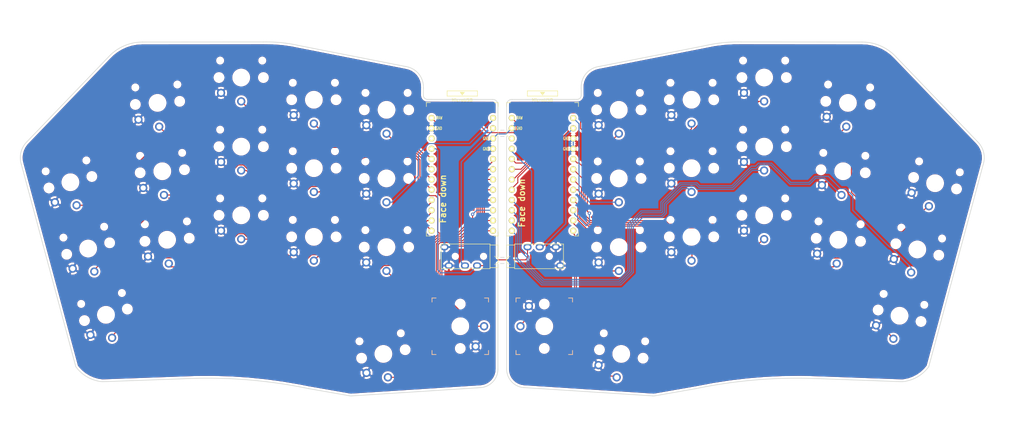
<source format=kicad_pcb>
(kicad_pcb (version 20171130) (host pcbnew "(5.1.10-1-10_14)")
  (layers (0 F.Cu signal) (31 B.Cu signal) (34 B.Paste user) (35 F.Paste user) (36 B.SilkS user) (37 F.SilkS user hide) (38 B.Mask user) (39 F.Mask user) (44 Edge.Cuts user))
  (net 0 "")
  (net 1 gnd)
  (net 2 vcc)
  (net 3 Switch18)
  (net 4 reset)
  (net 5 Switch1)
  (net 6 Switch2)
  (net 7 Switch3)
  (net 8 Switch4)
  (net 9 Switch5)
  (net 10 Switch6)
  (net 11 Switch7)
  (net 12 Switch8)
  (net 13 Switch9)
  (net 14 Switch10)
  (net 15 Switch11)
  (net 16 Switch12)
  (net 17 Switch13)
  (net 18 Switch14)
  (net 19 Switch15)
  (net 20 Switch16)
  (net 21 Switch17)
  (net 22 raw)
  (net 23 Switch18_r)
  (net 24 reset_r)
  (net 25 Switch9_r)
  (net 26 Switch10_r)
  (net 27 Switch11_r)
  (net 28 Switch12_r)
  (net 29 Switch13_r)
  (net 30 Switch14_r)
  (net 31 Switch15_r)
  (net 32 Switch16_r)
  (net 33 Switch17_r)
  (net 34 Switch1_r)
  (net 35 Switch2_r)
  (net 36 Switch3_r)
  (net 37 Switch4_r)
  (net 38 Switch5_r)
  (net 39 Switch6_r)
  (net 40 Switch7_r)
  (net 41 Switch8_r)
  (module Kailh:SW_PG1350_rev_DPB (layer F.Cu) (at 69.938 53.34)
    (fp_text reference SW10 hide)
    (fp_text value SW_Push hide)
    (pad "" np_thru_hole circle (at -5.5 0) (size 1.7018 1.7018) (drill 1.7018) (layers *.Cu *.Mask))
    (pad "" np_thru_hole circle (at 5.5 0) (size 1.7018 1.7018) (drill 1.7018) (layers *.Cu *.Mask))
    (pad "" np_thru_hole circle (at 5.22 -4.2) (size 0.9906 0.9906) (drill 0.9906) (layers *.Cu *.Mask))
    (pad 1 thru_hole circle (at 0 5.9) (size 2.032 2.032) (drill 1.27) (layers *.Cu *.Mask) (net 12 Switch8))
    (pad 2 thru_hole circle (at -5 3.8) (size 2.032 2.032) (drill 1.27) (layers *.Cu *.Mask) (net 1 gnd))
    (pad "" np_thru_hole circle (at 0 0) (size 3.429 3.429) (drill 3.429) (layers *.Cu *.Mask))
    (pad 2 thru_hole circle (at -5 3.8) (size 2.032 2.032) (drill 1.27) (layers *.Cu *.Mask) (net 1 gnd))
    (pad "" np_thru_hole circle (at -5.22 -4.2) (size 0.9906 0.9906) (drill 0.9906) (layers *.Cu *.Mask))
  )
  (module kbd:ProMicro_v3_min (layer F.Cu) (at 144.58 60.722)
    (fp_text reference U2 hide)
    (fp_text value ProMicro-kbd hide)
    (fp_text user GND (at 5.86 -6.8) (layer F.SilkS) (effects (font (size 0.75 0.5) (thickness 0.125))))
    (fp_text user GND (at 5.88 -9.38) (layer F.SilkS) (effects (font (size 0.75 0.5) (thickness 0.125))))
    (fp_text user GND (at -5.77 -11.91) (layer F.SilkS) (effects (font (size 0.75 0.5) (thickness 0.125))))
    (fp_text user RAW (at -5.67 -14.52) (layer F.SilkS) (effects (font (size 0.75 0.5) (thickness 0.125))))
    (fp_text user MicroUSB (at -0.05 -18.95) (layer F.SilkS) (effects (font (size 0.75 0.75) (thickness 0.12))))
    (fp_text user "" (at -0.5 -17.25) (layer F.SilkS))
    (fp_text user "" (at -1.2065 -16.256) (layer B.SilkS) (effects (justify mirror)))
    (pad 1 thru_hole circle (at 7.6114 -14.478) (size 1.524 1.524) (drill 0.8128) (layers *.Cu F.SilkS B.Mask) (net 26 Switch10_r))
    (pad 2 thru_hole circle (at 7.6114 -11.938) (size 1.524 1.524) (drill 0.8128) (layers *.Cu F.SilkS B.Mask) (net 23 Switch18_r))
    (pad 3 thru_hole circle (at 7.6114 -9.398) (size 1.524 1.524) (drill 0.8128) (layers *.Cu F.SilkS B.Mask) (net 1 gnd))
    (pad 4 thru_hole circle (at 7.6114 -6.858) (size 1.524 1.524) (drill 0.8128) (layers *.Cu F.SilkS B.Mask) (net 1 gnd))
    (pad 5 thru_hole circle (at 7.6114 -4.318) (size 1.524 1.524) (drill 0.8128) (layers *.Cu F.SilkS B.Mask) (net 27 Switch11_r))
    (pad 6 thru_hole circle (at 7.6114 -1.778) (size 1.524 1.524) (drill 0.8128) (layers *.Cu F.SilkS B.Mask) (net 28 Switch12_r))
    (pad 7 thru_hole circle (at 7.6114 0.762) (size 1.524 1.524) (drill 0.8128) (layers *.Cu F.SilkS B.Mask) (net 29 Switch13_r))
    (pad 8 thru_hole circle (at 7.6114 3.302) (size 1.524 1.524) (drill 0.8128) (layers *.Cu F.SilkS B.Mask) (net 30 Switch14_r))
    (pad 9 thru_hole circle (at 7.6114 5.842) (size 1.524 1.524) (drill 0.8128) (layers *.Cu F.SilkS B.Mask) (net 31 Switch15_r))
    (pad 10 thru_hole circle (at 7.6114 8.382) (size 1.524 1.524) (drill 0.8128) (layers *.Cu F.SilkS B.Mask) (net 34 Switch1_r))
    (pad 11 thru_hole circle (at 7.6114 10.922) (size 1.524 1.524) (drill 0.8128) (layers *.Cu F.SilkS B.Mask) (net 32 Switch16_r))
    (pad 12 thru_hole circle (at 7.6114 13.462) (size 1.524 1.524) (drill 0.8128) (layers *.Cu F.SilkS B.Mask) (net 33 Switch17_r))
    (pad 13 thru_hole circle (at -7.6086 13.462) (size 1.524 1.524) (drill 0.8128) (layers *.Cu F.SilkS B.Mask) (net 25 Switch9_r))
    (pad 14 thru_hole circle (at -7.6086 10.922) (size 1.524 1.524) (drill 0.8128) (layers *.Cu F.SilkS B.Mask) (net 41 Switch8_r))
    (pad 15 thru_hole circle (at -7.6086 8.382) (size 1.524 1.524) (drill 0.8128) (layers *.Cu F.SilkS B.Mask) (net 40 Switch7_r))
    (pad 16 thru_hole circle (at -7.6086 5.842) (size 1.524 1.524) (drill 0.8128) (layers *.Cu F.SilkS B.Mask) (net 39 Switch6_r))
    (pad 17 thru_hole circle (at -7.6086 3.302) (size 1.524 1.524) (drill 0.8128) (layers *.Cu F.SilkS B.Mask) (net 35 Switch2_r))
    (pad 18 thru_hole circle (at -7.6086 0.762) (size 1.524 1.524) (drill 0.8128) (layers *.Cu F.SilkS B.Mask) (net 36 Switch3_r))
    (pad 19 thru_hole circle (at -7.6086 -1.778) (size 1.524 1.524) (drill 0.8128) (layers *.Cu F.SilkS B.Mask) (net 37 Switch4_r))
    (pad 20 thru_hole circle (at -7.6086 -4.318) (size 1.524 1.524) (drill 0.8128) (layers *.Cu F.SilkS B.Mask) (net 38 Switch5_r))
    (pad 21 thru_hole circle (at -7.6086 -6.858) (size 1.524 1.524) (drill 0.8128) (layers *.Cu F.SilkS B.Mask) (net 2 vcc))
    (pad 22 thru_hole circle (at -7.6086 -9.398) (size 1.524 1.524) (drill 0.8128) (layers *.Cu F.SilkS B.Mask) (net 24 reset_r))
    (pad 23 thru_hole circle (at -7.6086 -11.938) (size 1.524 1.524) (drill 0.8128) (layers *.Cu F.SilkS B.Mask) (net 1 gnd))
    (pad 24 thru_hole circle (at -7.6086 -14.478) (size 1.524 1.524) (drill 0.8128) (layers *.Cu F.SilkS B.Mask) (net 22 raw))
  )
  (module kbd:ProMicro_v3_min (layer F.Cu) (at 124.706 60.722)
    (fp_text reference U1 hide)
    (fp_text value ProMicro-kbd hide)
    (fp_text user GND (at 5.86 -6.8) (layer F.SilkS) (effects (font (size 0.75 0.5) (thickness 0.125))))
    (fp_text user GND (at 5.88 -9.38) (layer F.SilkS) (effects (font (size 0.75 0.5) (thickness 0.125))))
    (fp_text user GND (at -5.77 -11.91) (layer F.SilkS) (effects (font (size 0.75 0.5) (thickness 0.125))))
    (fp_text user RAW (at -5.67 -14.52) (layer F.SilkS) (effects (font (size 0.75 0.5) (thickness 0.125))))
    (fp_text user MicroUSB (at -0.05 -18.95) (layer F.SilkS) (effects (font (size 0.75 0.75) (thickness 0.12))))
    (fp_text user "" (at -0.5 -17.25) (layer F.SilkS))
    (fp_text user "" (at -1.2065 -16.256) (layer B.SilkS) (effects (justify mirror)))
    (pad 1 thru_hole circle (at 7.6114 -14.478) (size 1.524 1.524) (drill 0.8128) (layers *.Cu F.SilkS B.Mask) (net 14 Switch10))
    (pad 2 thru_hole circle (at 7.6114 -11.938) (size 1.524 1.524) (drill 0.8128) (layers *.Cu F.SilkS B.Mask) (net 3 Switch18))
    (pad 3 thru_hole circle (at 7.6114 -9.398) (size 1.524 1.524) (drill 0.8128) (layers *.Cu F.SilkS B.Mask) (net 1 gnd))
    (pad 4 thru_hole circle (at 7.6114 -6.858) (size 1.524 1.524) (drill 0.8128) (layers *.Cu F.SilkS B.Mask) (net 1 gnd))
    (pad 5 thru_hole circle (at 7.6114 -4.318) (size 1.524 1.524) (drill 0.8128) (layers *.Cu F.SilkS B.Mask) (net 15 Switch11))
    (pad 6 thru_hole circle (at 7.6114 -1.778) (size 1.524 1.524) (drill 0.8128) (layers *.Cu F.SilkS B.Mask) (net 16 Switch12))
    (pad 7 thru_hole circle (at 7.6114 0.762) (size 1.524 1.524) (drill 0.8128) (layers *.Cu F.SilkS B.Mask) (net 17 Switch13))
    (pad 8 thru_hole circle (at 7.6114 3.302) (size 1.524 1.524) (drill 0.8128) (layers *.Cu F.SilkS B.Mask) (net 18 Switch14))
    (pad 9 thru_hole circle (at 7.6114 5.842) (size 1.524 1.524) (drill 0.8128) (layers *.Cu F.SilkS B.Mask) (net 19 Switch15))
    (pad 10 thru_hole circle (at 7.6114 8.382) (size 1.524 1.524) (drill 0.8128) (layers *.Cu F.SilkS B.Mask) (net 5 Switch1))
    (pad 11 thru_hole circle (at 7.6114 10.922) (size 1.524 1.524) (drill 0.8128) (layers *.Cu F.SilkS B.Mask) (net 20 Switch16))
    (pad 12 thru_hole circle (at 7.6114 13.462) (size 1.524 1.524) (drill 0.8128) (layers *.Cu F.SilkS B.Mask) (net 21 Switch17))
    (pad 13 thru_hole circle (at -7.6086 13.462) (size 1.524 1.524) (drill 0.8128) (layers *.Cu F.SilkS B.Mask) (net 13 Switch9))
    (pad 14 thru_hole circle (at -7.6086 10.922) (size 1.524 1.524) (drill 0.8128) (layers *.Cu F.SilkS B.Mask) (net 12 Switch8))
    (pad 15 thru_hole circle (at -7.6086 8.382) (size 1.524 1.524) (drill 0.8128) (layers *.Cu F.SilkS B.Mask) (net 11 Switch7))
    (pad 16 thru_hole circle (at -7.6086 5.842) (size 1.524 1.524) (drill 0.8128) (layers *.Cu F.SilkS B.Mask) (net 10 Switch6))
    (pad 17 thru_hole circle (at -7.6086 3.302) (size 1.524 1.524) (drill 0.8128) (layers *.Cu F.SilkS B.Mask) (net 6 Switch2))
    (pad 18 thru_hole circle (at -7.6086 0.762) (size 1.524 1.524) (drill 0.8128) (layers *.Cu F.SilkS B.Mask) (net 7 Switch3))
    (pad 19 thru_hole circle (at -7.6086 -1.778) (size 1.524 1.524) (drill 0.8128) (layers *.Cu F.SilkS B.Mask) (net 8 Switch4))
    (pad 20 thru_hole circle (at -7.6086 -4.318) (size 1.524 1.524) (drill 0.8128) (layers *.Cu F.SilkS B.Mask) (net 9 Switch5))
    (pad 21 thru_hole circle (at -7.6086 -6.858) (size 1.524 1.524) (drill 0.8128) (layers *.Cu F.SilkS B.Mask) (net 2 vcc))
    (pad 22 thru_hole circle (at -7.6086 -9.398) (size 1.524 1.524) (drill 0.8128) (layers *.Cu F.SilkS B.Mask) (net 4 reset))
    (pad 23 thru_hole circle (at -7.6086 -11.938) (size 1.524 1.524) (drill 0.8128) (layers *.Cu F.SilkS B.Mask) (net 1 gnd))
    (pad 24 thru_hole circle (at -7.6086 -14.478) (size 1.524 1.524) (drill 0.8128) (layers *.Cu F.SilkS B.Mask) (net 22 raw))
  )
  (module kbd:mouse-bite-2mm-slot-with-space-for-track (layer F.Cu) (at 134.62 50.038)
    (fp_text reference mouse-bite-2mm-slot hide)
    (fp_text value VAL** hide)
    (pad "" np_thru_hole circle (at -0.75 -0.75) (size 0.5 0.5) (drill 0.5) (layers *.Cu *.Mask))
    (pad "" np_thru_hole circle (at -0.75 0.75) (size 0.5 0.5) (drill 0.5) (layers *.Cu *.Mask))
    (pad "" np_thru_hole circle (at 0.75 0.75) (size 0.5 0.5) (drill 0.5) (layers *.Cu *.Mask))
    (pad "" np_thru_hole circle (at 0.75 -0.75) (size 0.5 0.5) (drill 0.5) (layers *.Cu *.Mask))
  )
  (module kbd:mouse-bite-2mm-slot-with-space-for-track (layer F.Cu) (at 134.62 81.534)
    (fp_text reference mouse-bite-2mm-slot hide)
    (fp_text value VAL** hide)
    (pad "" np_thru_hole circle (at -0.75 -0.75) (size 0.5 0.5) (drill 0.5) (layers *.Cu *.Mask))
    (pad "" np_thru_hole circle (at -0.75 0.75) (size 0.5 0.5) (drill 0.5) (layers *.Cu *.Mask))
    (pad "" np_thru_hole circle (at 0.75 0.75) (size 0.5 0.5) (drill 0.5) (layers *.Cu *.Mask))
    (pad "" np_thru_hole circle (at 0.75 -0.75) (size 0.5 0.5) (drill 0.5) (layers *.Cu *.Mask))
  )
  (module Kailh:SW_PG1350_15_non_reversible_b2 (layer F.Cu) (at 145.018 97.836 270)
    (fp_text reference SW20_r1 hide)
    (fp_text value SW_Push hide)
    (pad "" np_thru_hole circle (at 0 0 270) (size 3.429 3.429) (drill 3.429) (layers *.Cu *.Mask))
    (pad 2 thru_hole circle (at -5 3.8 270) (size 2.032 2.032) (drill 1.27) (layers *.Cu *.Mask) (net 1 gnd))
    (pad 1 thru_hole circle (at 0 5.9 270) (size 2.032 2.032) (drill 1.27) (layers *.Cu *.Mask) (net 33 Switch17_r))
    (pad "" np_thru_hole circle (at 5.5 0 270) (size 1.7018 1.7018) (drill 1.7018) (layers *.Cu *.Mask))
    (pad "" np_thru_hole circle (at -5.5 0 270) (size 1.7018 1.7018) (drill 1.7018) (layers *.Cu *.Mask))
  )
  (module Kailh:SW_PG1350_15_non_reversible_b2 (layer F.Cu) (at 124.206 97.836 90)
    (fp_text reference SW20 hide)
    (fp_text value SW_Push hide)
    (pad "" np_thru_hole circle (at 0 0 90) (size 3.429 3.429) (drill 3.429) (layers *.Cu *.Mask))
    (pad 2 thru_hole circle (at -5 3.8 90) (size 2.032 2.032) (drill 1.27) (layers *.Cu *.Mask) (net 1 gnd))
    (pad 1 thru_hole circle (at 0 5.9 90) (size 2.032 2.032) (drill 1.27) (layers *.Cu *.Mask) (net 21 Switch17))
    (pad "" np_thru_hole circle (at 5.5 0 90) (size 1.7018 1.7018) (drill 1.7018) (layers *.Cu *.Mask))
    (pad "" np_thru_hole circle (at -5.5 0 90) (size 1.7018 1.7018) (drill 1.7018) (layers *.Cu *.Mask))
  )
  (module Kailh:TRRS-PJ-320A (layer F.Cu) (at 137.668 80.518 90)
    (fp_text reference J1)
    (fp_text value AudioJack4dpb hide)
    (pad R1 thru_hole oval (at 2.3 6.2 90) (size 1.6 2) (drill oval 0.9 1.3) (layers *.Cu *.Mask) (net 23 Switch18_r))
    (pad "" np_thru_hole circle (at 0 1.6 90) (size 0.8 0.8) (drill 0.8) (layers *.Cu *.Mask))
    (pad "" np_thru_hole circle (at 0 8.6 90) (size 0.8 0.8) (drill 0.8) (layers *.Cu *.Mask))
    (pad R2 thru_hole oval (at 2.3 3.2 90) (size 1.6 2) (drill oval 0.9 1.3) (layers *.Cu *.Mask) (net 2 vcc))
    (pad T thru_hole oval (at 2.3 10.2 90) (size 1.6 2) (drill oval 0.9 1.3) (layers *.Cu *.Mask) (net 1 gnd))
    (pad S thru_hole oval (at -2.3 11.3 90) (size 1.6 2) (drill oval 0.9 1.3) (layers *.Cu *.Mask) (net 1 gnd))
  )
  (module Kailh:TRRS-PJ-320A (layer F.Cu) (at 131.572 80.518 270)
    (fp_text reference J2)
    (fp_text value AudioJack4dpb hide)
    (pad R1 thru_hole oval (at 2.3 6.2 270) (size 1.6 2) (drill oval 0.9 1.3) (layers *.Cu *.Mask) (net 3 Switch18))
    (pad "" np_thru_hole circle (at 0 1.6 270) (size 0.8 0.8) (drill 0.8) (layers *.Cu *.Mask))
    (pad "" np_thru_hole circle (at 0 8.6 270) (size 0.8 0.8) (drill 0.8) (layers *.Cu *.Mask))
    (pad R2 thru_hole oval (at 2.3 3.2 270) (size 1.6 2) (drill oval 0.9 1.3) (layers *.Cu *.Mask) (net 2 vcc))
    (pad T thru_hole oval (at 2.3 10.2 270) (size 1.6 2) (drill oval 0.9 1.3) (layers *.Cu *.Mask) (net 1 gnd))
    (pad S thru_hole oval (at -2.3 11.3 270) (size 1.6 2) (drill oval 0.9 1.3) (layers *.Cu *.Mask) (net 1 gnd))
  )
  (module Kailh:SW_PG1350_nonrev_DPB (layer F.Cu) (at 27.626215 62.16335 15)
    (fp_text reference SW2 hide)
    (fp_text value SW_Push hide)
    (pad "" np_thru_hole circle (at -5.22 -4.2 15) (size 0.9906 0.9906) (drill 0.9906) (layers *.Cu *.Mask))
    (pad "" np_thru_hole circle (at 0 0 15) (size 3.429 3.429) (drill 3.429) (layers *.Cu *.Mask))
    (pad 2 thru_hole circle (at -5 3.8 15) (size 2.032 2.032) (drill 1.27) (layers *.Cu *.Mask) (net 1 gnd))
    (pad 1 thru_hole circle (at 0 5.9 15) (size 2.032 2.032) (drill 1.27) (layers *.Cu *.Mask) (net 5 Switch1))
    (pad "" np_thru_hole circle (at 5.22 -4.2 15) (size 0.9906 0.9906) (drill 0.9906) (layers *.Cu *.Mask))
    (pad "" np_thru_hole circle (at 5.5 0 15) (size 1.7018 1.7018) (drill 1.7018) (layers *.Cu *.Mask))
    (pad "" np_thru_hole circle (at -5.5 0 15) (size 1.7018 1.7018) (drill 1.7018) (layers *.Cu *.Mask))
  )
  (module Kailh:SW_PG1350_nonrev_DPB (layer F.Cu) (at 49.20797 42.504143 4)
    (fp_text reference SW3 hide)
    (fp_text value SW_Push hide)
    (pad "" np_thru_hole circle (at -5.22 -4.2 4) (size 0.9906 0.9906) (drill 0.9906) (layers *.Cu *.Mask))
    (pad "" np_thru_hole circle (at 0 0 4) (size 3.429 3.429) (drill 3.429) (layers *.Cu *.Mask))
    (pad 2 thru_hole circle (at -5 3.8 4) (size 2.032 2.032) (drill 1.27) (layers *.Cu *.Mask) (net 1 gnd))
    (pad 1 thru_hole circle (at 0 5.9 4) (size 2.032 2.032) (drill 1.27) (layers *.Cu *.Mask) (net 6 Switch2))
    (pad "" np_thru_hole circle (at 5.22 -4.2 4) (size 0.9906 0.9906) (drill 0.9906) (layers *.Cu *.Mask))
    (pad "" np_thru_hole circle (at 5.5 0 4) (size 1.7018 1.7018) (drill 1.7018) (layers *.Cu *.Mask))
    (pad "" np_thru_hole circle (at -5.5 0 4) (size 1.7018 1.7018) (drill 1.7018) (layers *.Cu *.Mask))
  )
  (module Kailh:SW_PG1350_nonrev_DPB (layer F.Cu) (at 69.938 36.224)
    (fp_text reference SW4 hide)
    (fp_text value SW_Push hide)
    (pad "" np_thru_hole circle (at -5.22 -4.2) (size 0.9906 0.9906) (drill 0.9906) (layers *.Cu *.Mask))
    (pad "" np_thru_hole circle (at 0 0) (size 3.429 3.429) (drill 3.429) (layers *.Cu *.Mask))
    (pad 2 thru_hole circle (at -5 3.8) (size 2.032 2.032) (drill 1.27) (layers *.Cu *.Mask) (net 1 gnd))
    (pad 1 thru_hole circle (at 0 5.9) (size 2.032 2.032) (drill 1.27) (layers *.Cu *.Mask) (net 7 Switch3))
    (pad "" np_thru_hole circle (at 5.22 -4.2) (size 0.9906 0.9906) (drill 0.9906) (layers *.Cu *.Mask))
    (pad "" np_thru_hole circle (at 5.5 0) (size 1.7018 1.7018) (drill 1.7018) (layers *.Cu *.Mask))
    (pad "" np_thru_hole circle (at -5.5 0) (size 1.7018 1.7018) (drill 1.7018) (layers *.Cu *.Mask))
  )
  (module Kailh:SW_PG1350_nonrev_DPB (layer F.Cu) (at 87.938 41.724)
    (fp_text reference SW5 hide)
    (fp_text value SW_Push hide)
    (pad "" np_thru_hole circle (at -5.22 -4.2) (size 0.9906 0.9906) (drill 0.9906) (layers *.Cu *.Mask))
    (pad "" np_thru_hole circle (at 0 0) (size 3.429 3.429) (drill 3.429) (layers *.Cu *.Mask))
    (pad 2 thru_hole circle (at -5 3.8) (size 2.032 2.032) (drill 1.27) (layers *.Cu *.Mask) (net 1 gnd))
    (pad 1 thru_hole circle (at 0 5.9) (size 2.032 2.032) (drill 1.27) (layers *.Cu *.Mask) (net 8 Switch4))
    (pad "" np_thru_hole circle (at 5.22 -4.2) (size 0.9906 0.9906) (drill 0.9906) (layers *.Cu *.Mask))
    (pad "" np_thru_hole circle (at 5.5 0) (size 1.7018 1.7018) (drill 1.7018) (layers *.Cu *.Mask))
    (pad "" np_thru_hole circle (at -5.5 0) (size 1.7018 1.7018) (drill 1.7018) (layers *.Cu *.Mask))
  )
  (module Kailh:SW_PG1350_nonrev_DPB (layer F.Cu) (at 105.938 44.224)
    (fp_text reference SW6 hide)
    (fp_text value SW_Push hide)
    (pad "" np_thru_hole circle (at -5.22 -4.2) (size 0.9906 0.9906) (drill 0.9906) (layers *.Cu *.Mask))
    (pad "" np_thru_hole circle (at 0 0) (size 3.429 3.429) (drill 3.429) (layers *.Cu *.Mask))
    (pad 2 thru_hole circle (at -5 3.8) (size 2.032 2.032) (drill 1.27) (layers *.Cu *.Mask) (net 1 gnd))
    (pad 1 thru_hole circle (at 0 5.9) (size 2.032 2.032) (drill 1.27) (layers *.Cu *.Mask) (net 9 Switch5))
    (pad "" np_thru_hole circle (at 5.22 -4.2) (size 0.9906 0.9906) (drill 0.9906) (layers *.Cu *.Mask))
    (pad "" np_thru_hole circle (at 5.5 0) (size 1.7018 1.7018) (drill 1.7018) (layers *.Cu *.Mask))
    (pad "" np_thru_hole circle (at -5.5 0) (size 1.7018 1.7018) (drill 1.7018) (layers *.Cu *.Mask))
  )
  (module Kailh:SW_PG1350_nonrev_DPB (layer F.Cu) (at 32.026138 78.58409 15)
    (fp_text reference SW8 hide)
    (fp_text value SW_Push hide)
    (pad "" np_thru_hole circle (at -5.22 -4.2 15) (size 0.9906 0.9906) (drill 0.9906) (layers *.Cu *.Mask))
    (pad "" np_thru_hole circle (at 0 0 15) (size 3.429 3.429) (drill 3.429) (layers *.Cu *.Mask))
    (pad 2 thru_hole circle (at -5 3.8 15) (size 2.032 2.032) (drill 1.27) (layers *.Cu *.Mask) (net 1 gnd))
    (pad 1 thru_hole circle (at 0 5.9 15) (size 2.032 2.032) (drill 1.27) (layers *.Cu *.Mask) (net 10 Switch6))
    (pad "" np_thru_hole circle (at 5.22 -4.2 15) (size 0.9906 0.9906) (drill 0.9906) (layers *.Cu *.Mask))
    (pad "" np_thru_hole circle (at 5.5 0 15) (size 1.7018 1.7018) (drill 1.7018) (layers *.Cu *.Mask))
    (pad "" np_thru_hole circle (at -5.5 0 15) (size 1.7018 1.7018) (drill 1.7018) (layers *.Cu *.Mask))
  )
  (module Kailh:SW_PG1350_nonrev_DPB (layer F.Cu) (at 50.392017 59.436795 4)
    (fp_text reference SW9 hide)
    (fp_text value SW_Push hide)
    (pad "" np_thru_hole circle (at -5.22 -4.2 4) (size 0.9906 0.9906) (drill 0.9906) (layers *.Cu *.Mask))
    (pad "" np_thru_hole circle (at 0 0 4) (size 3.429 3.429) (drill 3.429) (layers *.Cu *.Mask))
    (pad 2 thru_hole circle (at -5 3.8 4) (size 2.032 2.032) (drill 1.27) (layers *.Cu *.Mask) (net 1 gnd))
    (pad 1 thru_hole circle (at 0 5.9 4) (size 2.032 2.032) (drill 1.27) (layers *.Cu *.Mask) (net 11 Switch7))
    (pad "" np_thru_hole circle (at 5.22 -4.2 4) (size 0.9906 0.9906) (drill 0.9906) (layers *.Cu *.Mask))
    (pad "" np_thru_hole circle (at 5.5 0 4) (size 1.7018 1.7018) (drill 1.7018) (layers *.Cu *.Mask))
    (pad "" np_thru_hole circle (at -5.5 0 4) (size 1.7018 1.7018) (drill 1.7018) (layers *.Cu *.Mask))
  )
  (module Kailh:SW_PG1350_nonrev_DPB (layer F.Cu) (at 87.938 58.674)
    (fp_text reference SW11 hide)
    (fp_text value SW_Push hide)
    (pad "" np_thru_hole circle (at -5.22 -4.2) (size 0.9906 0.9906) (drill 0.9906) (layers *.Cu *.Mask))
    (pad "" np_thru_hole circle (at 0 0) (size 3.429 3.429) (drill 3.429) (layers *.Cu *.Mask))
    (pad 2 thru_hole circle (at -5 3.8) (size 2.032 2.032) (drill 1.27) (layers *.Cu *.Mask) (net 1 gnd))
    (pad 1 thru_hole circle (at 0 5.9) (size 2.032 2.032) (drill 1.27) (layers *.Cu *.Mask) (net 13 Switch9))
    (pad "" np_thru_hole circle (at 5.22 -4.2) (size 0.9906 0.9906) (drill 0.9906) (layers *.Cu *.Mask))
    (pad "" np_thru_hole circle (at 5.5 0) (size 1.7018 1.7018) (drill 1.7018) (layers *.Cu *.Mask))
    (pad "" np_thru_hole circle (at -5.5 0) (size 1.7018 1.7018) (drill 1.7018) (layers *.Cu *.Mask))
  )
  (module Kailh:SW_PG1350_nonrev_DPB (layer F.Cu) (at 105.918 61.214)
    (fp_text reference SW12 hide)
    (fp_text value SW_Push hide)
    (pad "" np_thru_hole circle (at -5.22 -4.2) (size 0.9906 0.9906) (drill 0.9906) (layers *.Cu *.Mask))
    (pad "" np_thru_hole circle (at 0 0) (size 3.429 3.429) (drill 3.429) (layers *.Cu *.Mask))
    (pad 2 thru_hole circle (at -5 3.8) (size 2.032 2.032) (drill 1.27) (layers *.Cu *.Mask) (net 1 gnd))
    (pad 1 thru_hole circle (at 0 5.9) (size 2.032 2.032) (drill 1.27) (layers *.Cu *.Mask) (net 14 Switch10))
    (pad "" np_thru_hole circle (at 5.22 -4.2) (size 0.9906 0.9906) (drill 0.9906) (layers *.Cu *.Mask))
    (pad "" np_thru_hole circle (at 5.5 0) (size 1.7018 1.7018) (drill 1.7018) (layers *.Cu *.Mask))
    (pad "" np_thru_hole circle (at -5.5 0) (size 1.7018 1.7018) (drill 1.7018) (layers *.Cu *.Mask))
  )
  (module Kailh:SW_PG1350_nonrev_DPB (layer F.Cu) (at 36.426062 95.004829 15)
    (fp_text reference SW14 hide)
    (fp_text value SW_Push hide)
    (pad "" np_thru_hole circle (at -5.22 -4.2 15) (size 0.9906 0.9906) (drill 0.9906) (layers *.Cu *.Mask))
    (pad "" np_thru_hole circle (at 0 0 15) (size 3.429 3.429) (drill 3.429) (layers *.Cu *.Mask))
    (pad 2 thru_hole circle (at -5 3.8 15) (size 2.032 2.032) (drill 1.27) (layers *.Cu *.Mask) (net 1 gnd))
    (pad 1 thru_hole circle (at 0 5.9 15) (size 2.032 2.032) (drill 1.27) (layers *.Cu *.Mask) (net 15 Switch11))
    (pad "" np_thru_hole circle (at 5.22 -4.2 15) (size 0.9906 0.9906) (drill 0.9906) (layers *.Cu *.Mask))
    (pad "" np_thru_hole circle (at 5.5 0 15) (size 1.7018 1.7018) (drill 1.7018) (layers *.Cu *.Mask))
    (pad "" np_thru_hole circle (at -5.5 0 15) (size 1.7018 1.7018) (drill 1.7018) (layers *.Cu *.Mask))
  )
  (module Kailh:SW_PG1350_nonrev_DPB (layer F.Cu) (at 51.579132 76.41334 4)
    (fp_text reference SW15 hide)
    (fp_text value SW_Push hide)
    (pad "" np_thru_hole circle (at -5.22 -4.2 4) (size 0.9906 0.9906) (drill 0.9906) (layers *.Cu *.Mask))
    (pad "" np_thru_hole circle (at 0 0 4) (size 3.429 3.429) (drill 3.429) (layers *.Cu *.Mask))
    (pad 2 thru_hole circle (at -5 3.8 4) (size 2.032 2.032) (drill 1.27) (layers *.Cu *.Mask) (net 1 gnd))
    (pad 1 thru_hole circle (at 0 5.9 4) (size 2.032 2.032) (drill 1.27) (layers *.Cu *.Mask) (net 16 Switch12))
    (pad "" np_thru_hole circle (at 5.22 -4.2 4) (size 0.9906 0.9906) (drill 0.9906) (layers *.Cu *.Mask))
    (pad "" np_thru_hole circle (at 5.5 0 4) (size 1.7018 1.7018) (drill 1.7018) (layers *.Cu *.Mask))
    (pad "" np_thru_hole circle (at -5.5 0 4) (size 1.7018 1.7018) (drill 1.7018) (layers *.Cu *.Mask))
  )
  (module Kailh:SW_PG1350_nonrev_DPB (layer F.Cu) (at 69.938 70.358)
    (fp_text reference SW16 hide)
    (fp_text value SW_Push hide)
    (pad "" np_thru_hole circle (at -5.22 -4.2) (size 0.9906 0.9906) (drill 0.9906) (layers *.Cu *.Mask))
    (pad "" np_thru_hole circle (at 0 0) (size 3.429 3.429) (drill 3.429) (layers *.Cu *.Mask))
    (pad 2 thru_hole circle (at -5 3.8) (size 2.032 2.032) (drill 1.27) (layers *.Cu *.Mask) (net 1 gnd))
    (pad 1 thru_hole circle (at 0 5.9) (size 2.032 2.032) (drill 1.27) (layers *.Cu *.Mask) (net 17 Switch13))
    (pad "" np_thru_hole circle (at 5.22 -4.2) (size 0.9906 0.9906) (drill 0.9906) (layers *.Cu *.Mask))
    (pad "" np_thru_hole circle (at 5.5 0) (size 1.7018 1.7018) (drill 1.7018) (layers *.Cu *.Mask))
    (pad "" np_thru_hole circle (at -5.5 0) (size 1.7018 1.7018) (drill 1.7018) (layers *.Cu *.Mask))
  )
  (module Kailh:SW_PG1350_nonrev_DPB (layer F.Cu) (at 87.938 75.692)
    (fp_text reference SW17 hide)
    (fp_text value SW_Push hide)
    (pad "" np_thru_hole circle (at -5.22 -4.2) (size 0.9906 0.9906) (drill 0.9906) (layers *.Cu *.Mask))
    (pad "" np_thru_hole circle (at 0 0) (size 3.429 3.429) (drill 3.429) (layers *.Cu *.Mask))
    (pad 2 thru_hole circle (at -5 3.8) (size 2.032 2.032) (drill 1.27) (layers *.Cu *.Mask) (net 1 gnd))
    (pad 1 thru_hole circle (at 0 5.9) (size 2.032 2.032) (drill 1.27) (layers *.Cu *.Mask) (net 18 Switch14))
    (pad "" np_thru_hole circle (at 5.22 -4.2) (size 0.9906 0.9906) (drill 0.9906) (layers *.Cu *.Mask))
    (pad "" np_thru_hole circle (at 5.5 0) (size 1.7018 1.7018) (drill 1.7018) (layers *.Cu *.Mask))
    (pad "" np_thru_hole circle (at -5.5 0) (size 1.7018 1.7018) (drill 1.7018) (layers *.Cu *.Mask))
  )
  (module Kailh:SW_PG1350_nonrev_DPB (layer F.Cu) (at 105.918 78.232)
    (fp_text reference SW18 hide)
    (fp_text value SW_Push hide)
    (pad "" np_thru_hole circle (at -5.22 -4.2) (size 0.9906 0.9906) (drill 0.9906) (layers *.Cu *.Mask))
    (pad "" np_thru_hole circle (at 0 0) (size 3.429 3.429) (drill 3.429) (layers *.Cu *.Mask))
    (pad 2 thru_hole circle (at -5 3.8) (size 2.032 2.032) (drill 1.27) (layers *.Cu *.Mask) (net 1 gnd))
    (pad 1 thru_hole circle (at 0 5.9) (size 2.032 2.032) (drill 1.27) (layers *.Cu *.Mask) (net 19 Switch15))
    (pad "" np_thru_hole circle (at 5.22 -4.2) (size 0.9906 0.9906) (drill 0.9906) (layers *.Cu *.Mask))
    (pad "" np_thru_hole circle (at 5.5 0) (size 1.7018 1.7018) (drill 1.7018) (layers *.Cu *.Mask))
    (pad "" np_thru_hole circle (at -5.5 0) (size 1.7018 1.7018) (drill 1.7018) (layers *.Cu *.Mask))
  )
  (module Kailh:SW_PG1350_nonrev_DPB (layer F.Cu) (at 105.156 104.694 11)
    (fp_text reference SW21 hide)
    (fp_text value SW_Push hide)
    (pad "" np_thru_hole circle (at -5.22 -4.2 11) (size 0.9906 0.9906) (drill 0.9906) (layers *.Cu *.Mask))
    (pad "" np_thru_hole circle (at 0 0 11) (size 3.429 3.429) (drill 3.429) (layers *.Cu *.Mask))
    (pad 2 thru_hole circle (at -5 3.8 11) (size 2.032 2.032) (drill 1.27) (layers *.Cu *.Mask) (net 1 gnd))
    (pad 1 thru_hole circle (at 0 5.9 11) (size 2.032 2.032) (drill 1.27) (layers *.Cu *.Mask) (net 20 Switch16))
    (pad "" np_thru_hole circle (at 5.22 -4.2 11) (size 0.9906 0.9906) (drill 0.9906) (layers *.Cu *.Mask))
    (pad "" np_thru_hole circle (at 5.5 0 11) (size 1.7018 1.7018) (drill 1.7018) (layers *.Cu *.Mask))
    (pad "" np_thru_hole circle (at -5.5 0 11) (size 1.7018 1.7018) (drill 1.7018) (layers *.Cu *.Mask))
  )
  (module Kailh:SW_PG1350_nonrev_DPB (layer F.Cu) (at 181.492 58.674)
    (fp_text reference SW11_r1 hide)
    (fp_text value SW_Push hide)
    (pad "" np_thru_hole circle (at -5.22 -4.2) (size 0.9906 0.9906) (drill 0.9906) (layers *.Cu *.Mask))
    (pad "" np_thru_hole circle (at 0 0) (size 3.429 3.429) (drill 3.429) (layers *.Cu *.Mask))
    (pad 2 thru_hole circle (at -5 3.8) (size 2.032 2.032) (drill 1.27) (layers *.Cu *.Mask) (net 1 gnd))
    (pad 1 thru_hole circle (at 0 5.9) (size 2.032 2.032) (drill 1.27) (layers *.Cu *.Mask) (net 25 Switch9_r))
    (pad "" np_thru_hole circle (at 5.22 -4.2) (size 0.9906 0.9906) (drill 0.9906) (layers *.Cu *.Mask))
    (pad "" np_thru_hole circle (at 5.5 0) (size 1.7018 1.7018) (drill 1.7018) (layers *.Cu *.Mask))
    (pad "" np_thru_hole circle (at -5.5 0) (size 1.7018 1.7018) (drill 1.7018) (layers *.Cu *.Mask))
  )
  (module Kailh:SW_PG1350_nonrev_DPB (layer F.Cu) (at 163.478 61.214)
    (fp_text reference SW12_r1 hide)
    (fp_text value SW_Push hide)
    (pad "" np_thru_hole circle (at -5.22 -4.2) (size 0.9906 0.9906) (drill 0.9906) (layers *.Cu *.Mask))
    (pad "" np_thru_hole circle (at 0 0) (size 3.429 3.429) (drill 3.429) (layers *.Cu *.Mask))
    (pad 2 thru_hole circle (at -5 3.8) (size 2.032 2.032) (drill 1.27) (layers *.Cu *.Mask) (net 1 gnd))
    (pad 1 thru_hole circle (at 0 5.9) (size 2.032 2.032) (drill 1.27) (layers *.Cu *.Mask) (net 26 Switch10_r))
    (pad "" np_thru_hole circle (at 5.22 -4.2) (size 0.9906 0.9906) (drill 0.9906) (layers *.Cu *.Mask))
    (pad "" np_thru_hole circle (at 5.5 0) (size 1.7018 1.7018) (drill 1.7018) (layers *.Cu *.Mask))
    (pad "" np_thru_hole circle (at -5.5 0) (size 1.7018 1.7018) (drill 1.7018) (layers *.Cu *.Mask))
  )
  (module Kailh:SW_PG1350_nonrev_DPB (layer F.Cu) (at 233.025469 95.234653 345)
    (fp_text reference SW13_r1 hide)
    (fp_text value SW_Push hide)
    (pad "" np_thru_hole circle (at -5.22 -4.2 345) (size 0.9906 0.9906) (drill 0.9906) (layers *.Cu *.Mask))
    (pad "" np_thru_hole circle (at 0 0 345) (size 3.429 3.429) (drill 3.429) (layers *.Cu *.Mask))
    (pad 2 thru_hole circle (at -5 3.8 345) (size 2.032 2.032) (drill 1.27) (layers *.Cu *.Mask) (net 1 gnd))
    (pad 1 thru_hole circle (at 0 5.9 345) (size 2.032 2.032) (drill 1.27) (layers *.Cu *.Mask) (net 27 Switch11_r))
    (pad "" np_thru_hole circle (at 5.22 -4.2 345) (size 0.9906 0.9906) (drill 0.9906) (layers *.Cu *.Mask))
    (pad "" np_thru_hole circle (at 5.5 0 345) (size 1.7018 1.7018) (drill 1.7018) (layers *.Cu *.Mask))
    (pad "" np_thru_hole circle (at -5.5 0 345) (size 1.7018 1.7018) (drill 1.7018) (layers *.Cu *.Mask))
  )
  (module Kailh:SW_PG1350_nonrev_DPB (layer F.Cu) (at 199.48 70.358)
    (fp_text reference SW15_r1 hide)
    (fp_text value SW_Push hide)
    (pad "" np_thru_hole circle (at -5.22 -4.2) (size 0.9906 0.9906) (drill 0.9906) (layers *.Cu *.Mask))
    (pad "" np_thru_hole circle (at 0 0) (size 3.429 3.429) (drill 3.429) (layers *.Cu *.Mask))
    (pad 2 thru_hole circle (at -5 3.8) (size 2.032 2.032) (drill 1.27) (layers *.Cu *.Mask) (net 1 gnd))
    (pad 1 thru_hole circle (at 0 5.9) (size 2.032 2.032) (drill 1.27) (layers *.Cu *.Mask) (net 29 Switch13_r))
    (pad "" np_thru_hole circle (at 5.22 -4.2) (size 0.9906 0.9906) (drill 0.9906) (layers *.Cu *.Mask))
    (pad "" np_thru_hole circle (at 5.5 0) (size 1.7018 1.7018) (drill 1.7018) (layers *.Cu *.Mask))
    (pad "" np_thru_hole circle (at -5.5 0) (size 1.7018 1.7018) (drill 1.7018) (layers *.Cu *.Mask))
  )
  (module Kailh:SW_PG1350_nonrev_DPB (layer F.Cu) (at 181.492 75.692)
    (fp_text reference SW16_r1 hide)
    (fp_text value SW_Push hide)
    (pad "" np_thru_hole circle (at -5.22 -4.2) (size 0.9906 0.9906) (drill 0.9906) (layers *.Cu *.Mask))
    (pad "" np_thru_hole circle (at 0 0) (size 3.429 3.429) (drill 3.429) (layers *.Cu *.Mask))
    (pad 2 thru_hole circle (at -5 3.8) (size 2.032 2.032) (drill 1.27) (layers *.Cu *.Mask) (net 1 gnd))
    (pad 1 thru_hole circle (at 0 5.9) (size 2.032 2.032) (drill 1.27) (layers *.Cu *.Mask) (net 30 Switch14_r))
    (pad "" np_thru_hole circle (at 5.22 -4.2) (size 0.9906 0.9906) (drill 0.9906) (layers *.Cu *.Mask))
    (pad "" np_thru_hole circle (at 5.5 0) (size 1.7018 1.7018) (drill 1.7018) (layers *.Cu *.Mask))
    (pad "" np_thru_hole circle (at -5.5 0) (size 1.7018 1.7018) (drill 1.7018) (layers *.Cu *.Mask))
  )
  (module Kailh:SW_PG1350_nonrev_DPB (layer F.Cu) (at 163.478 78.232)
    (fp_text reference SW17_r1 hide)
    (fp_text value SW_Push hide)
    (pad "" np_thru_hole circle (at -5.22 -4.2) (size 0.9906 0.9906) (drill 0.9906) (layers *.Cu *.Mask))
    (pad "" np_thru_hole circle (at 0 0) (size 3.429 3.429) (drill 3.429) (layers *.Cu *.Mask))
    (pad 2 thru_hole circle (at -5 3.8) (size 2.032 2.032) (drill 1.27) (layers *.Cu *.Mask) (net 1 gnd))
    (pad 1 thru_hole circle (at 0 5.9) (size 2.032 2.032) (drill 1.27) (layers *.Cu *.Mask) (net 31 Switch15_r))
    (pad "" np_thru_hole circle (at 5.22 -4.2) (size 0.9906 0.9906) (drill 0.9906) (layers *.Cu *.Mask))
    (pad "" np_thru_hole circle (at 5.5 0) (size 1.7018 1.7018) (drill 1.7018) (layers *.Cu *.Mask))
    (pad "" np_thru_hole circle (at -5.5 0) (size 1.7018 1.7018) (drill 1.7018) (layers *.Cu *.Mask))
  )
  (module Kailh:SW_PG1350_nonrev_DPB (layer F.Cu) (at 217.86487 76.41334 356)
    (fp_text reference SW18_r1 hide)
    (fp_text value SW_Push hide)
    (pad "" np_thru_hole circle (at -5.22 -4.2 356) (size 0.9906 0.9906) (drill 0.9906) (layers *.Cu *.Mask))
    (pad "" np_thru_hole circle (at 0 0 356) (size 3.429 3.429) (drill 3.429) (layers *.Cu *.Mask))
    (pad 2 thru_hole circle (at -5 3.8 356) (size 2.032 2.032) (drill 1.27) (layers *.Cu *.Mask) (net 1 gnd))
    (pad 1 thru_hole circle (at 0 5.9 356) (size 2.032 2.032) (drill 1.27) (layers *.Cu *.Mask) (net 28 Switch12_r))
    (pad "" np_thru_hole circle (at 5.22 -4.2 356) (size 0.9906 0.9906) (drill 0.9906) (layers *.Cu *.Mask))
    (pad "" np_thru_hole circle (at 5.5 0 356) (size 1.7018 1.7018) (drill 1.7018) (layers *.Cu *.Mask))
    (pad "" np_thru_hole circle (at -5.5 0 356) (size 1.7018 1.7018) (drill 1.7018) (layers *.Cu *.Mask))
  )
  (module Kailh:SW_PG1350_nonrev_DPB (layer F.Cu) (at 241.823707 62.399183 345)
    (fp_text reference SW2_r1 hide)
    (fp_text value SW_Push hide)
    (pad "" np_thru_hole circle (at -5.22 -4.2 345) (size 0.9906 0.9906) (drill 0.9906) (layers *.Cu *.Mask))
    (pad "" np_thru_hole circle (at 0 0 345) (size 3.429 3.429) (drill 3.429) (layers *.Cu *.Mask))
    (pad 2 thru_hole circle (at -5 3.8 345) (size 2.032 2.032) (drill 1.27) (layers *.Cu *.Mask) (net 1 gnd))
    (pad 1 thru_hole circle (at 0 5.9 345) (size 2.032 2.032) (drill 1.27) (layers *.Cu *.Mask) (net 34 Switch1_r))
    (pad "" np_thru_hole circle (at 5.22 -4.2 345) (size 0.9906 0.9906) (drill 0.9906) (layers *.Cu *.Mask))
    (pad "" np_thru_hole circle (at 5.5 0 345) (size 1.7018 1.7018) (drill 1.7018) (layers *.Cu *.Mask))
    (pad "" np_thru_hole circle (at -5.5 0 345) (size 1.7018 1.7018) (drill 1.7018) (layers *.Cu *.Mask))
  )
  (module Kailh:SW_PG1350_nonrev_DPB (layer F.Cu) (at 220.236032 42.504143 356)
    (fp_text reference SW3_r1 hide)
    (fp_text value SW_Push hide)
    (pad "" np_thru_hole circle (at -5.22 -4.2 356) (size 0.9906 0.9906) (drill 0.9906) (layers *.Cu *.Mask))
    (pad "" np_thru_hole circle (at 0 0 356) (size 3.429 3.429) (drill 3.429) (layers *.Cu *.Mask))
    (pad 2 thru_hole circle (at -5 3.8 356) (size 2.032 2.032) (drill 1.27) (layers *.Cu *.Mask) (net 1 gnd))
    (pad 1 thru_hole circle (at 0 5.9 356) (size 2.032 2.032) (drill 1.27) (layers *.Cu *.Mask) (net 35 Switch2_r))
    (pad "" np_thru_hole circle (at 5.22 -4.2 356) (size 0.9906 0.9906) (drill 0.9906) (layers *.Cu *.Mask))
    (pad "" np_thru_hole circle (at 5.5 0 356) (size 1.7018 1.7018) (drill 1.7018) (layers *.Cu *.Mask))
    (pad "" np_thru_hole circle (at -5.5 0 356) (size 1.7018 1.7018) (drill 1.7018) (layers *.Cu *.Mask))
  )
  (module Kailh:SW_PG1350_nonrev_DPB (layer F.Cu) (at 199.48 36.224)
    (fp_text reference SW4_r1 hide)
    (fp_text value SW_Push hide)
    (pad "" np_thru_hole circle (at -5.22 -4.2) (size 0.9906 0.9906) (drill 0.9906) (layers *.Cu *.Mask))
    (pad "" np_thru_hole circle (at 0 0) (size 3.429 3.429) (drill 3.429) (layers *.Cu *.Mask))
    (pad 2 thru_hole circle (at -5 3.8) (size 2.032 2.032) (drill 1.27) (layers *.Cu *.Mask) (net 1 gnd))
    (pad 1 thru_hole circle (at 0 5.9) (size 2.032 2.032) (drill 1.27) (layers *.Cu *.Mask) (net 36 Switch3_r))
    (pad "" np_thru_hole circle (at 5.22 -4.2) (size 0.9906 0.9906) (drill 0.9906) (layers *.Cu *.Mask))
    (pad "" np_thru_hole circle (at 5.5 0) (size 1.7018 1.7018) (drill 1.7018) (layers *.Cu *.Mask))
    (pad "" np_thru_hole circle (at -5.5 0) (size 1.7018 1.7018) (drill 1.7018) (layers *.Cu *.Mask))
  )
  (module Kailh:SW_PG1350_nonrev_DPB (layer F.Cu) (at 181.492 41.724)
    (fp_text reference SW5_r1 hide)
    (fp_text value SW_Push hide)
    (pad "" np_thru_hole circle (at -5.22 -4.2) (size 0.9906 0.9906) (drill 0.9906) (layers *.Cu *.Mask))
    (pad "" np_thru_hole circle (at 0 0) (size 3.429 3.429) (drill 3.429) (layers *.Cu *.Mask))
    (pad 2 thru_hole circle (at -5 3.8) (size 2.032 2.032) (drill 1.27) (layers *.Cu *.Mask) (net 1 gnd))
    (pad 1 thru_hole circle (at 0 5.9) (size 2.032 2.032) (drill 1.27) (layers *.Cu *.Mask) (net 37 Switch4_r))
    (pad "" np_thru_hole circle (at 5.22 -4.2) (size 0.9906 0.9906) (drill 0.9906) (layers *.Cu *.Mask))
    (pad "" np_thru_hole circle (at 5.5 0) (size 1.7018 1.7018) (drill 1.7018) (layers *.Cu *.Mask))
    (pad "" np_thru_hole circle (at -5.5 0) (size 1.7018 1.7018) (drill 1.7018) (layers *.Cu *.Mask))
  )
  (module Kailh:SW_PG1350_nonrev_DPB (layer F.Cu) (at 163.478 44.224)
    (fp_text reference SW6_r1 hide)
    (fp_text value SW_Push hide)
    (pad "" np_thru_hole circle (at -5.22 -4.2) (size 0.9906 0.9906) (drill 0.9906) (layers *.Cu *.Mask))
    (pad "" np_thru_hole circle (at 0 0) (size 3.429 3.429) (drill 3.429) (layers *.Cu *.Mask))
    (pad 2 thru_hole circle (at -5 3.8) (size 2.032 2.032) (drill 1.27) (layers *.Cu *.Mask) (net 1 gnd))
    (pad 1 thru_hole circle (at 0 5.9) (size 2.032 2.032) (drill 1.27) (layers *.Cu *.Mask) (net 38 Switch5_r))
    (pad "" np_thru_hole circle (at 5.22 -4.2) (size 0.9906 0.9906) (drill 0.9906) (layers *.Cu *.Mask))
    (pad "" np_thru_hole circle (at 5.5 0) (size 1.7018 1.7018) (drill 1.7018) (layers *.Cu *.Mask))
    (pad "" np_thru_hole circle (at -5.5 0) (size 1.7018 1.7018) (drill 1.7018) (layers *.Cu *.Mask))
  )
  (module Kailh:SW_PG1350_nonrev_DPB (layer F.Cu) (at 237.426604 78.809395 345)
    (fp_text reference SW7_r1 hide)
    (fp_text value SW_Push hide)
    (pad "" np_thru_hole circle (at -5.22 -4.2 345) (size 0.9906 0.9906) (drill 0.9906) (layers *.Cu *.Mask))
    (pad "" np_thru_hole circle (at 0 0 345) (size 3.429 3.429) (drill 3.429) (layers *.Cu *.Mask))
    (pad 2 thru_hole circle (at -5 3.8 345) (size 2.032 2.032) (drill 1.27) (layers *.Cu *.Mask) (net 1 gnd))
    (pad 1 thru_hole circle (at 0 5.9 345) (size 2.032 2.032) (drill 1.27) (layers *.Cu *.Mask) (net 39 Switch6_r))
    (pad "" np_thru_hole circle (at 5.22 -4.2 345) (size 0.9906 0.9906) (drill 0.9906) (layers *.Cu *.Mask))
    (pad "" np_thru_hole circle (at 5.5 0 345) (size 1.7018 1.7018) (drill 1.7018) (layers *.Cu *.Mask))
    (pad "" np_thru_hole circle (at -5.5 0 345) (size 1.7018 1.7018) (drill 1.7018) (layers *.Cu *.Mask))
  )
  (module Kailh:SW_PG1350_nonrev_DPB (layer F.Cu) (at 219.051985 59.436795 356)
    (fp_text reference SW8_r1 hide)
    (fp_text value SW_Push hide)
    (pad "" np_thru_hole circle (at -5.22 -4.2 356) (size 0.9906 0.9906) (drill 0.9906) (layers *.Cu *.Mask))
    (pad "" np_thru_hole circle (at 0 0 356) (size 3.429 3.429) (drill 3.429) (layers *.Cu *.Mask))
    (pad 2 thru_hole circle (at -5 3.8 356) (size 2.032 2.032) (drill 1.27) (layers *.Cu *.Mask) (net 1 gnd))
    (pad 1 thru_hole circle (at 0 5.9 356) (size 2.032 2.032) (drill 1.27) (layers *.Cu *.Mask) (net 40 Switch7_r))
    (pad "" np_thru_hole circle (at 5.22 -4.2 356) (size 0.9906 0.9906) (drill 0.9906) (layers *.Cu *.Mask))
    (pad "" np_thru_hole circle (at 5.5 0 356) (size 1.7018 1.7018) (drill 1.7018) (layers *.Cu *.Mask))
    (pad "" np_thru_hole circle (at -5.5 0 356) (size 1.7018 1.7018) (drill 1.7018) (layers *.Cu *.Mask))
  )
  (module Kailh:SW_PG1350_nonrev_DPB (layer F.Cu) (at 199.48 53.34)
    (fp_text reference SW9_r1 hide)
    (fp_text value SW_Push hide)
    (pad "" np_thru_hole circle (at -5.22 -4.2) (size 0.9906 0.9906) (drill 0.9906) (layers *.Cu *.Mask))
    (pad "" np_thru_hole circle (at 0 0) (size 3.429 3.429) (drill 3.429) (layers *.Cu *.Mask))
    (pad 2 thru_hole circle (at -5 3.8) (size 2.032 2.032) (drill 1.27) (layers *.Cu *.Mask) (net 1 gnd))
    (pad 1 thru_hole circle (at 0 5.9) (size 2.032 2.032) (drill 1.27) (layers *.Cu *.Mask) (net 41 Switch8_r))
    (pad "" np_thru_hole circle (at 5.22 -4.2) (size 0.9906 0.9906) (drill 0.9906) (layers *.Cu *.Mask))
    (pad "" np_thru_hole circle (at 5.5 0) (size 1.7018 1.7018) (drill 1.7018) (layers *.Cu *.Mask))
    (pad "" np_thru_hole circle (at -5.5 0) (size 1.7018 1.7018) (drill 1.7018) (layers *.Cu *.Mask))
  )
  (module Kailh:SW_PG1350_nonrev_DPB (layer F.Cu) (at 164.084 104.694 349)
    (fp_text reference SW21_r1 hide)
    (fp_text value SW_Push hide)
    (pad "" np_thru_hole circle (at -5.22 -4.2 349) (size 0.9906 0.9906) (drill 0.9906) (layers *.Cu *.Mask))
    (pad "" np_thru_hole circle (at 0 0 349) (size 3.429 3.429) (drill 3.429) (layers *.Cu *.Mask))
    (pad 2 thru_hole circle (at -5 3.8 349) (size 2.032 2.032) (drill 1.27) (layers *.Cu *.Mask) (net 1 gnd))
    (pad 1 thru_hole circle (at 0 5.9 349) (size 2.032 2.032) (drill 1.27) (layers *.Cu *.Mask) (net 32 Switch16_r))
    (pad "" np_thru_hole circle (at 5.22 -4.2 349) (size 0.9906 0.9906) (drill 0.9906) (layers *.Cu *.Mask))
    (pad "" np_thru_hole circle (at 5.5 0 349) (size 1.7018 1.7018) (drill 1.7018) (layers *.Cu *.Mask))
    (pad "" np_thru_hole circle (at -5.5 0 349) (size 1.7018 1.7018) (drill 1.7018) (layers *.Cu *.Mask))
  )
  (gr_line (start 133.53368 49.276) (end 133.53368 42.926) (angle 90) (layer Edge.Cuts) (width 0.15))
  (gr_line (start 135.69032 49.276) (end 135.69032 42.926) (angle 90) (layer Edge.Cuts) (width 0.15))
  (gr_line (start 133.53368 50.8) (end 135.69032 50.8) (angle 90) (layer Edge.Cuts) (width 0.15))
  (gr_line (start 133.53368 49.276) (end 135.69032 49.276) (angle 90) (layer Edge.Cuts) (width 0.15))
  (gr_line (start 133.53368 82.296) (end 135.69032 82.296) (angle 90) (layer Edge.Cuts) (width 0.15))
  (gr_line (start 133.53368 80.772) (end 133.53368 50.8) (angle 90) (layer Edge.Cuts) (width 0.15))
  (gr_line (start 135.69032 80.772) (end 135.69032 50.8) (angle 90) (layer Edge.Cuts) (width 0.15))
  (gr_line (start 133.53368 80.772) (end 135.69032 80.772) (angle 90) (layer Edge.Cuts) (width 0.15))
  (gr_arc (start 193.000079 63.79479) (end 184.858393 28.321399) (angle 14.16454563) (layer Edge.Cuts) (width 0.15))
  (gr_arc (start 172.098954 113.418186) (end 172.45 115.062) (angle 17.50894085) (layer Edge.Cuts) (width 0.15))
  (gr_line (start 171.939187 115.091456) (end 139.938 113.03) (layer Edge.Cuts) (width 0.15))
  (gr_arc (start 140.274701 108.458) (end 139.938 113.03) (angle 85.78810506) (layer Edge.Cuts) (width 0.15))
  (gr_line (start 182.61 113.284) (end 172.45 115.062) (layer Edge.Cuts) (width 0.15))
  (gr_arc (start 207.732718 233.935279) (end 210.440454 110.725903) (angle -13.02135768) (layer Edge.Cuts) (width 0.15))
  (gr_arc (start 232.897602 102.514346) (end 240.263602 107.848346) (angle 49.19263052) (layer Edge.Cuts) (width 0.15))
  (gr_arc (start 159.256328 38.549349) (end 154.158821 38.841439) (angle 84.49083169) (layer Edge.Cuts) (width 0.15))
  (gr_arc (start 153.146 40.609686) (end 154.162 40.64) (angle 90.73840941) (layer Edge.Cuts) (width 0.15))
  (gr_line (start 233.674052 111.575617) (end 210.440454 110.725903) (layer Edge.Cuts) (width 0.15))
  (gr_line (start 193.786528 27.407567) (end 223.758 27.432) (angle 90) (layer Edge.Cuts) (width 0.15))
  (gr_arc (start 223.758 38.862) (end 223.758 27.432) (angle 47.72631099) (layer Edge.Cuts) (width 0.15))
  (gr_arc (start 136.96032 42.916) (end 135.69032 42.926) (angle 94.05555909) (layer Edge.Cuts) (width 0.15))
  (gr_line (start 154.162 40.64) (end 154.158821 38.841439) (angle 90) (layer Edge.Cuts) (width 0.15))
  (gr_arc (start 248.437701 56.073296) (end 252.378161 52.13132) (angle 63.29582795) (layer Edge.Cuts) (width 0.15))
  (gr_line (start 232.215515 31.17335) (end 252.378161 52.13132) (angle 90) (layer Edge.Cuts) (width 0.15))
  (gr_line (start 135.69032 108.458) (end 135.69032 92.202) (angle 90) (layer Edge.Cuts) (width 0.15))
  (gr_line (start 158.476201 33.50343) (end 184.858393 28.321399) (angle 90) (layer Edge.Cuts) (width 0.15))
  (gr_line (start 135.69032 92.202) (end 135.69032 82.296) (angle 90) (layer Edge.Cuts) (width 0.15))
  (gr_line (start 253.73 57.822) (end 240.263602 107.848346) (angle 90) (layer Edge.Cuts) (width 0.15))
  (gr_line (start 137.040164 41.648473) (end 153.102595 41.625211) (angle 90) (layer Edge.Cuts) (width 0.15))
  (gr_arc (start 109.967672 38.549349) (end 115.065179 38.841439) (angle -84.49083169) (layer Edge.Cuts) (width 0.15))
  (gr_arc (start 116.078 40.609686) (end 115.062 40.64) (angle -90.73840941) (layer Edge.Cuts) (width 0.15))
  (gr_line (start 35.549948 111.575617) (end 58.783546 110.725903) (layer Edge.Cuts) (width 0.15))
  (gr_line (start 75.437472 27.407567) (end 45.466 27.432) (angle 90) (layer Edge.Cuts) (width 0.15))
  (gr_line (start 133.53368 108.458) (end 133.53368 92.202) (angle 90) (layer Edge.Cuts) (width 0.15))
  (gr_line (start 110.747799 33.50343) (end 84.365607 28.321399) (angle 90) (layer Edge.Cuts) (width 0.15))
  (gr_line (start 133.53368 92.202) (end 133.53368 82.296) (angle 90) (layer Edge.Cuts) (width 0.15))
  (gr_line (start 15.494 57.822) (end 28.960398 107.848346) (angle 90) (layer Edge.Cuts) (width 0.15))
  (gr_line (start 132.183836 41.648473) (end 116.121405 41.625211) (angle 90) (layer Edge.Cuts) (width 0.15))
  (gr_arc (start 45.466 38.862) (end 45.466 27.432) (angle -47.72631099) (layer Edge.Cuts) (width 0.15))
  (gr_arc (start 132.26368 42.916) (end 133.53368 42.926) (angle -94.05555909) (layer Edge.Cuts) (width 0.15))
  (gr_line (start 115.062 40.64) (end 115.065179 38.841439) (angle 90) (layer Edge.Cuts) (width 0.15))
  (gr_arc (start 20.786299 56.073296) (end 16.845839 52.13132) (angle -63.29582795) (layer Edge.Cuts) (width 0.15))
  (gr_line (start 37.008485 31.17335) (end 16.845839 52.13132) (angle 90) (layer Edge.Cuts) (width 0.15))
  (gr_arc (start 36.326398 102.514346) (end 28.960398 107.848346) (angle -49.19263052) (layer Edge.Cuts) (width 0.15))
  (gr_line (start 97.284813 115.091456) (end 129.286 113.03) (layer Edge.Cuts) (width 0.15))
  (gr_line (start 86.614 113.284) (end 96.774 115.062) (layer Edge.Cuts) (width 0.15))
  (gr_arc (start 128.949299 108.458) (end 129.286 113.03) (angle -85.78810506) (layer Edge.Cuts) (width 0.15))
  (gr_arc (start 76.223921 63.79479) (end 84.365607 28.321399) (angle -14.16454563) (layer Edge.Cuts) (width 0.15))
  (gr_arc (start 61.491282 233.935279) (end 58.783546 110.725903) (angle 13.02135768) (layer Edge.Cuts) (width 0.15))
  (gr_arc (start 97.125046 113.418186) (end 96.774 115.062) (angle -17.50894085) (layer Edge.Cuts) (width 0.15))
  (gr_text "Face down" (at 139.446 67.31 90) (layer F.SilkS) (effects (font (size 1.5 1.5) (thickness 0.3))))
  (gr_text "Face down" (at 119.888 66.294 90) (layer F.SilkS) (effects (font (size 1.5 1.5) (thickness 0.3))))
  (segment (start 152.1914 51.324) (end 152.1914 53.864) (width 0.25) (layer B.Cu) (net 1))
  (segment (start 133.428401 50.212999) (end 132.3174 51.324) (width 0.25) (layer B.Cu) (net 1))
  (segment (start 135.542401 50.212999) (end 133.428401 50.212999) (width 0.25) (layer B.Cu) (net 1))
  (segment (start 136.9714 48.784) (end 135.542401 50.212999) (width 0.25) (layer B.Cu) (net 1))
  (segment (start 140.868 78.218) (end 141.492 78.218) (width 0.25) (layer B.Cu) (net 2))
  (segment (start 126.608 84.582) (end 125.03 84.582) (width 0.25) (layer B.Cu) (net 2))
  (segment (start 128.372 82.818) (end 126.608 84.582) (width 0.25) (layer B.Cu) (net 2))
  (segment (start 118.618 83.82) (end 119.38 84.582) (width 0.25) (layer B.Cu) (net 2))
  (segment (start 119.38 84.582) (end 125.03 84.582) (width 0.25) (layer B.Cu) (net 2))
  (segment (start 117.0974 53.864) (end 118.126 53.864) (width 0.25) (layer B.Cu) (net 2))
  (segment (start 118.618 54.356) (end 118.618 55.626) (width 0.25) (layer B.Cu) (net 2))
  (segment (start 118.618 55.626) (end 118.618 83.82) (width 0.25) (layer B.Cu) (net 2))
  (segment (start 118.126 53.864) (end 118.618 54.356) (width 0.25) (layer B.Cu) (net 2))
  (segment (start 118.618 55.372) (end 118.618 55.626) (width 0.25) (layer B.Cu) (net 2))
  (segment (start 136.9714 54.526) (end 141.868 59.4226) (width 0.25) (layer B.Cu) (net 2))
  (segment (start 136.9714 53.864) (end 136.9714 54.526) (width 0.25) (layer B.Cu) (net 2))
  (segment (start 140.984 78.218) (end 141.868 77.334) (width 0.25) (layer B.Cu) (net 2))
  (segment (start 140.868 78.218) (end 140.984 78.218) (width 0.25) (layer B.Cu) (net 2))
  (segment (start 141.868 59.4226) (end 141.868 77.334) (width 0.25) (layer B.Cu) (net 2))
  (segment (start 130.288 82.818) (end 128.372 82.818) (width 0.25) (layer F.Cu) (net 2))
  (segment (start 140.36 81.382) (end 131.724 81.382) (width 0.25) (layer F.Cu) (net 2))
  (segment (start 131.724 81.382) (end 130.288 82.818) (width 0.25) (layer F.Cu) (net 2))
  (segment (start 140.868 80.874) (end 140.36 81.382) (width 0.25) (layer F.Cu) (net 2))
  (segment (start 140.868 78.218) (end 140.868 80.874) (width 0.25) (layer F.Cu) (net 2))
  (segment (start 124.706 82.152) (end 125.372 82.818) (width 0.25) (layer B.Cu) (net 3))
  (segment (start 124.46 82.152) (end 124.706 82.152) (width 0.25) (layer B.Cu) (net 3))
  (segment (start 124.46 57.1414) (end 124.46 82.152) (width 0.25) (layer B.Cu) (net 3))
  (segment (start 132.3174 49.284) (end 124.46 57.1414) (width 0.25) (layer B.Cu) (net 3))
  (segment (start 132.3174 48.784) (end 132.3174 49.284) (width 0.25) (layer B.Cu) (net 3))
  (via (at 127.254 70.104) (size 0.8) (drill 0.4) (layers F.Cu B.Cu) (net 5))
  (segment (start 112.393589 56.008411) (end 112.396411 56.008411) (width 0.25) (layer F.Cu) (net 5))
  (segment (start 33.639642 67.862312) (end 40.590977 60.910977) (width 0.25) (layer F.Cu) (net 5))
  (segment (start 28.703247 67.862312) (end 33.639642 67.862312) (width 0.25) (layer F.Cu) (net 5))
  (segment (start 40.377954 61.124) (end 40.590977 60.910977) (width 0.25) (layer F.Cu) (net 5))
  (segment (start 113.76996 56.74837) (end 113.030001 56.008411) (width 0.25) (layer F.Cu) (net 5))
  (segment (start 113.76996 63.805322) (end 113.76996 56.74837) (width 0.25) (layer F.Cu) (net 5))
  (segment (start 115.441637 65.476999) (end 113.76996 63.805322) (width 0.25) (layer F.Cu) (net 5))
  (segment (start 113.030001 56.008411) (end 112.393589 56.008411) (width 0.25) (layer F.Cu) (net 5))
  (segment (start 128.254 69.104) (end 127.254 70.104) (width 0.25) (layer B.Cu) (net 5))
  (segment (start 132.3174 69.104) (end 128.254 69.104) (width 0.25) (layer B.Cu) (net 5))
  (segment (start 100.076 56.134) (end 100.33 56.134) (width 0.25) (layer F.Cu) (net 5))
  (segment (start 100.33 56.134) (end 100.455589 56.008411) (width 0.25) (layer F.Cu) (net 5))
  (segment (start 97.028 56.642) (end 99.568 56.642) (width 0.25) (layer F.Cu) (net 5))
  (segment (start 93.92201 53.53601) (end 97.028 56.642) (width 0.25) (layer F.Cu) (net 5))
  (segment (start 91.94078 53.53601) (end 93.92201 53.53601) (width 0.25) (layer F.Cu) (net 5))
  (segment (start 99.568 56.642) (end 100.076 56.134) (width 0.25) (layer F.Cu) (net 5))
  (segment (start 40.590977 60.910977) (end 42.857399 58.644555) (width 0.25) (layer F.Cu) (net 5))
  (segment (start 43.072401 58.644555) (end 46.686977 55.029979) (width 0.25) (layer F.Cu) (net 5))
  (segment (start 42.857399 58.644555) (end 43.072401 58.644555) (width 0.25) (layer F.Cu) (net 5))
  (segment (start 46.686977 55.029979) (end 46.686977 54.814977) (width 0.25) (layer F.Cu) (net 5))
  (segment (start 58.12199 49.57401) (end 61.139719 49.574009) (width 0.25) (layer F.Cu) (net 5))
  (segment (start 46.686977 54.814977) (end 51.036953 50.465001) (width 0.25) (layer F.Cu) (net 5))
  (segment (start 51.036953 50.465001) (end 57.230999 50.465001) (width 0.25) (layer F.Cu) (net 5))
  (segment (start 57.230999 50.465001) (end 58.12199 49.57401) (width 0.25) (layer F.Cu) (net 5))
  (segment (start 61.139719 49.574009) (end 63.723728 46.99) (width 0.25) (layer F.Cu) (net 5))
  (segment (start 77.46718 46.99) (end 82.6852 52.20802) (width 0.25) (layer F.Cu) (net 5))
  (segment (start 100.455589 56.008411) (end 112.393589 56.008411) (width 0.25) (layer F.Cu) (net 5))
  (segment (start 82.6852 52.20802) (end 90.61279 52.20802) (width 0.25) (layer F.Cu) (net 5))
  (segment (start 63.723728 46.99) (end 77.46718 46.99) (width 0.25) (layer F.Cu) (net 5))
  (segment (start 90.61279 52.20802) (end 91.94078 53.53601) (width 0.25) (layer F.Cu) (net 5))
  (segment (start 118.165001 65.476999) (end 118.165001 65.587001) (width 0.25) (layer F.Cu) (net 5))
  (segment (start 118.165001 65.476999) (end 115.441637 65.476999) (width 0.25) (layer F.Cu) (net 5))
  (segment (start 118.165001 65.587001) (end 118.618 66.04) (width 0.25) (layer F.Cu) (net 5))
  (segment (start 118.618 74.422) (end 118.98798 74.79198) (width 0.25) (layer F.Cu) (net 5))
  (segment (start 118.618 66.04) (end 118.618 74.422) (width 0.25) (layer F.Cu) (net 5))
  (segment (start 118.98798 74.79198) (end 123.56959 74.79198) (width 0.25) (layer F.Cu) (net 5))
  (segment (start 127.254 71.10757) (end 127.254 70.104) (width 0.25) (layer F.Cu) (net 5))
  (segment (start 123.56959 74.79198) (end 127.254 71.10757) (width 0.25) (layer F.Cu) (net 5))
  (segment (start 99.43959 56.134) (end 100.015189 55.558401) (width 0.25) (layer F.Cu) (net 6))
  (segment (start 97.15641 56.134) (end 99.43959 56.134) (width 0.25) (layer F.Cu) (net 6))
  (segment (start 94.108411 53.086001) (end 97.15641 56.134) (width 0.25) (layer F.Cu) (net 6))
  (segment (start 113.216401 55.558401) (end 114.21997 56.56197) (width 0.25) (layer F.Cu) (net 6))
  (segment (start 82.8716 51.75801) (end 90.79919 51.75801) (width 0.25) (layer F.Cu) (net 6))
  (segment (start 60.953317 49.124001) (end 63.595318 46.482) (width 0.25) (layer F.Cu) (net 6))
  (segment (start 57.044599 50.014991) (end 57.935591 49.124001) (width 0.25) (layer F.Cu) (net 6))
  (segment (start 63.595318 46.482) (end 77.59559 46.482) (width 0.25) (layer F.Cu) (net 6))
  (segment (start 90.79919 51.75801) (end 92.03759 52.99641) (width 0.25) (layer F.Cu) (net 6))
  (segment (start 100.015189 55.558401) (end 113.216401 55.558401) (width 0.25) (layer F.Cu) (net 6))
  (segment (start 77.59559 46.482) (end 82.8716 51.75801) (width 0.25) (layer F.Cu) (net 6))
  (segment (start 92.54559 52.99641) (end 92.63518 53.086) (width 0.25) (layer F.Cu) (net 6))
  (segment (start 57.935591 49.124001) (end 60.953317 49.124001) (width 0.25) (layer F.Cu) (net 6))
  (segment (start 92.03759 52.99641) (end 92.54559 52.99641) (width 0.25) (layer F.Cu) (net 6))
  (segment (start 92.63518 53.086) (end 94.108411 53.086001) (width 0.25) (layer F.Cu) (net 6))
  (segment (start 49.619533 48.389771) (end 51.244753 50.014991) (width 0.25) (layer F.Cu) (net 6))
  (segment (start 51.244753 50.014991) (end 53.824991 50.014991) (width 0.25) (layer F.Cu) (net 6))
  (segment (start 53.824991 50.014991) (end 57.044599 50.014991) (width 0.25) (layer F.Cu) (net 6))
  (segment (start 53.316991 50.014991) (end 53.824991 50.014991) (width 0.25) (layer F.Cu) (net 6))
  (segment (start 114.21997 61.14657) (end 114.21997 60.87997) (width 0.25) (layer F.Cu) (net 6))
  (segment (start 117.0974 64.024) (end 114.21997 61.14657) (width 0.25) (layer F.Cu) (net 6))
  (segment (start 114.21997 56.56197) (end 114.21997 60.87997) (width 0.25) (layer F.Cu) (net 6))
  (segment (start 69.938 42.124) (end 73.84599 46.03199) (width 0.25) (layer F.Cu) (net 7))
  (segment (start 99.828788 55.108392) (end 113.528392 55.108392) (width 0.25) (layer F.Cu) (net 7))
  (segment (start 77.78199 46.03199) (end 83.058 51.308) (width 0.25) (layer F.Cu) (net 7))
  (segment (start 73.84599 46.03199) (end 77.78199 46.03199) (width 0.25) (layer F.Cu) (net 7))
  (segment (start 113.528392 55.108392) (end 114.66998 56.24998) (width 0.25) (layer F.Cu) (net 7))
  (segment (start 83.058 51.308) (end 90.98559 51.308) (width 0.25) (layer F.Cu) (net 7))
  (segment (start 94.29199 52.52001) (end 94.29199 52.63317) (width 0.25) (layer F.Cu) (net 7))
  (segment (start 90.98559 51.308) (end 92.1976 52.52001) (width 0.25) (layer F.Cu) (net 7))
  (segment (start 99.25319 55.68399) (end 99.828788 55.108392) (width 0.25) (layer F.Cu) (net 7))
  (segment (start 92.1976 52.52001) (end 94.29199 52.52001) (width 0.25) (layer F.Cu) (net 7))
  (segment (start 94.29199 52.63317) (end 97.34281 55.68399) (width 0.25) (layer F.Cu) (net 7))
  (segment (start 97.34281 55.68399) (end 99.25319 55.68399) (width 0.25) (layer F.Cu) (net 7))
  (segment (start 114.66998 59.05658) (end 114.66998 58.78998) (width 0.25) (layer F.Cu) (net 7))
  (segment (start 117.0974 61.484) (end 114.66998 59.05658) (width 0.25) (layer F.Cu) (net 7))
  (segment (start 114.66998 56.24998) (end 114.66998 58.78998) (width 0.25) (layer F.Cu) (net 7))
  (segment (start 113.840382 54.658382) (end 115.11999 55.93799) (width 0.25) (layer F.Cu) (net 8))
  (segment (start 99.642388 54.658382) (end 113.840382 54.658382) (width 0.25) (layer F.Cu) (net 8))
  (segment (start 99.06679 55.23398) (end 99.642388 54.658382) (width 0.25) (layer F.Cu) (net 8))
  (segment (start 94.742 52.44677) (end 97.52921 55.23398) (width 0.25) (layer F.Cu) (net 8))
  (segment (start 94.478391 52.070001) (end 94.742 52.33361) (width 0.25) (layer F.Cu) (net 8))
  (segment (start 97.52921 55.23398) (end 99.06679 55.23398) (width 0.25) (layer F.Cu) (net 8))
  (segment (start 92.384 52.07) (end 94.478391 52.070001) (width 0.25) (layer F.Cu) (net 8))
  (segment (start 94.742 52.33361) (end 94.742 52.44677) (width 0.25) (layer F.Cu) (net 8))
  (segment (start 87.938 47.624) (end 92.384 52.07) (width 0.25) (layer F.Cu) (net 8))
  (segment (start 115.24541 57.09201) (end 115.11999 57.09201) (width 0.25) (layer F.Cu) (net 8))
  (segment (start 117.0974 58.944) (end 115.24541 57.09201) (width 0.25) (layer F.Cu) (net 8))
  (segment (start 115.11999 55.93799) (end 115.11999 57.09201) (width 0.25) (layer F.Cu) (net 8))
  (segment (start 114.152372 54.208372) (end 115.57 55.626) (width 0.25) (layer F.Cu) (net 9))
  (segment (start 110.022372 54.208372) (end 114.152372 54.208372) (width 0.25) (layer F.Cu) (net 9))
  (segment (start 105.938 50.124) (end 110.022372 54.208372) (width 0.25) (layer F.Cu) (net 9))
  (segment (start 116.3194 55.626) (end 115.57 55.626) (width 0.25) (layer F.Cu) (net 9))
  (segment (start 117.0974 56.404) (end 116.3194 55.626) (width 0.25) (layer F.Cu) (net 9))
  (segment (start 33.10317 84.283052) (end 48.26 69.126222) (width 0.25) (layer F.Cu) (net 10))
  (segment (start 48.26 69.126222) (end 48.26 65.278) (width 0.25) (layer F.Cu) (net 10))
  (segment (start 48.26 65.278) (end 50.292 63.246) (width 0.25) (layer F.Cu) (net 10))
  (segment (start 50.292 63.246) (end 51.82841 63.246) (width 0.25) (layer F.Cu) (net 10))
  (segment (start 51.82841 63.246) (end 54.2304 65.64799) (width 0.25) (layer F.Cu) (net 10))
  (segment (start 54.2304 65.64799) (end 60.820918 65.64799) (width 0.25) (layer F.Cu) (net 10))
  (segment (start 70.680082 57.44899) (end 74.168 60.936908) (width 0.25) (layer F.Cu) (net 10))
  (segment (start 69.019919 57.448989) (end 70.680082 57.44899) (width 0.25) (layer F.Cu) (net 10))
  (segment (start 60.820918 65.64799) (end 69.019919 57.448989) (width 0.25) (layer F.Cu) (net 10))
  (segment (start 74.168 62.23) (end 76.76599 64.82799) (width 0.25) (layer F.Cu) (net 10))
  (segment (start 74.168 60.936908) (end 74.168 62.23) (width 0.25) (layer F.Cu) (net 10))
  (segment (start 91.291801 62.332981) (end 99.940801 70.981981) (width 0.25) (layer F.Cu) (net 10))
  (segment (start 86.86752 62.33298) (end 91.291801 62.332981) (width 0.25) (layer F.Cu) (net 10))
  (segment (start 84.372508 64.82799) (end 86.86752 62.33298) (width 0.25) (layer F.Cu) (net 10))
  (segment (start 76.76599 64.82799) (end 84.372508 64.82799) (width 0.25) (layer F.Cu) (net 10))
  (segment (start 99.940801 70.981981) (end 113.179419 70.981981) (width 0.25) (layer F.Cu) (net 10))
  (segment (start 117.0974 67.064) (end 116.4647 67.6967) (width 0.25) (layer F.Cu) (net 10))
  (segment (start 117.0974 66.564) (end 117.0974 67.064) (width 0.25) (layer F.Cu) (net 10))
  (segment (start 116.4647 67.6967) (end 116.5974 67.564) (width 0.25) (layer F.Cu) (net 10))
  (segment (start 113.179419 70.981981) (end 116.4647 67.6967) (width 0.25) (layer F.Cu) (net 10))
  (segment (start 53.268423 65.322423) (end 54.044 66.098) (width 0.25) (layer F.Cu) (net 11))
  (segment (start 50.80358 65.322423) (end 53.268423 65.322423) (width 0.25) (layer F.Cu) (net 11))
  (segment (start 51.938 66.098) (end 54.044 66.098) (width 0.25) (layer F.Cu) (net 11))
  (segment (start 61.007318 66.098) (end 54.044 66.098) (width 0.25) (layer F.Cu) (net 11))
  (segment (start 69.206319 57.898999) (end 61.007318 66.098) (width 0.25) (layer F.Cu) (net 11))
  (segment (start 73.66 61.065318) (end 70.493681 57.898999) (width 0.25) (layer F.Cu) (net 11))
  (segment (start 73.66 62.41359) (end 73.66 61.065318) (width 0.25) (layer F.Cu) (net 11))
  (segment (start 70.493681 57.898999) (end 69.206319 57.898999) (width 0.25) (layer F.Cu) (net 11))
  (segment (start 76.52441 65.278) (end 73.66 62.41359) (width 0.25) (layer F.Cu) (net 11))
  (segment (start 87.053919 62.782989) (end 84.558908 65.278) (width 0.25) (layer F.Cu) (net 11))
  (segment (start 84.558908 65.278) (end 76.52441 65.278) (width 0.25) (layer F.Cu) (net 11))
  (segment (start 99.7544 71.43199) (end 91.1054 62.78299) (width 0.25) (layer F.Cu) (net 11))
  (segment (start 91.1054 62.78299) (end 87.053919 62.782989) (width 0.25) (layer F.Cu) (net 11))
  (segment (start 115.269409 71.431991) (end 99.7544 71.43199) (width 0.25) (layer F.Cu) (net 11))
  (segment (start 117.0974 69.604) (end 115.269409 71.431991) (width 0.25) (layer F.Cu) (net 11))
  (segment (start 117.0974 69.104) (end 117.0974 69.604) (width 0.25) (layer F.Cu) (net 11))
  (segment (start 90.918999 63.232999) (end 99.568 71.882) (width 0.25) (layer F.Cu) (net 12))
  (segment (start 87.240319 63.232999) (end 90.918999 63.232999) (width 0.25) (layer F.Cu) (net 12))
  (segment (start 84.558317 65.915001) (end 87.240319 63.232999) (width 0.25) (layer F.Cu) (net 12))
  (segment (start 99.568 71.882) (end 115.835401 71.882001) (width 0.25) (layer F.Cu) (net 12))
  (segment (start 76.525001 65.915001) (end 84.558317 65.915001) (width 0.25) (layer F.Cu) (net 12))
  (segment (start 73.20999 61.251718) (end 73.20999 62.59999) (width 0.25) (layer F.Cu) (net 12))
  (segment (start 71.198272 59.24) (end 73.20999 61.251718) (width 0.25) (layer F.Cu) (net 12))
  (segment (start 73.20999 62.59999) (end 76.525001 65.915001) (width 0.25) (layer F.Cu) (net 12))
  (segment (start 69.85 59.24) (end 71.198272 59.24) (width 0.25) (layer F.Cu) (net 12))
  (segment (start 116.073402 71.644) (end 115.835401 71.882001) (width 0.25) (layer F.Cu) (net 12))
  (segment (start 117.0974 71.644) (end 116.073402 71.644) (width 0.25) (layer F.Cu) (net 12))
  (segment (start 87.884 64.574) (end 89.32084 64.574) (width 0.25) (layer F.Cu) (net 13))
  (segment (start 89.32084 64.574) (end 90.211831 63.683009) (width 0.25) (layer F.Cu) (net 13))
  (segment (start 90.211831 63.683009) (end 90.732599 63.683009) (width 0.25) (layer F.Cu) (net 13))
  (segment (start 90.732599 63.683009) (end 97.67402 70.62443) (width 0.25) (layer F.Cu) (net 13))
  (segment (start 97.67402 70.62443) (end 99.3816 72.33201) (width 0.25) (layer F.Cu) (net 13))
  (segment (start 109.728 72.39) (end 110.998 72.39) (width 0.25) (layer F.Cu) (net 13))
  (segment (start 109.67001 72.33201) (end 109.728 72.39) (width 0.25) (layer F.Cu) (net 13))
  (segment (start 99.3816 72.33201) (end 109.53199 72.33201) (width 0.25) (layer F.Cu) (net 13))
  (segment (start 109.53199 72.33201) (end 109.67001 72.33201) (width 0.25) (layer F.Cu) (net 13))
  (segment (start 117.0974 74.184) (end 115.24541 72.33201) (width 0.25) (layer F.Cu) (net 13))
  (segment (start 115.24541 72.33201) (end 113.48001 72.33201) (width 0.25) (layer F.Cu) (net 13))
  (segment (start 113.48001 72.33201) (end 113.59599 72.33201) (width 0.25) (layer F.Cu) (net 13))
  (segment (start 109.53199 72.33201) (end 113.48001 72.33201) (width 0.25) (layer F.Cu) (net 13))
  (segment (start 113.863001 60.509333) (end 107.258334 67.114) (width 0.25) (layer B.Cu) (net 14))
  (segment (start 107.258334 67.114) (end 105.918 67.114) (width 0.25) (layer B.Cu) (net 14))
  (segment (start 113.863001 55.189001) (end 113.863001 60.509333) (width 0.25) (layer B.Cu) (net 14))
  (segment (start 115.641001 53.411001) (end 113.863001 55.189001) (width 0.25) (layer B.Cu) (net 14))
  (segment (start 115.641001 53.345639) (end 115.641001 53.411001) (width 0.25) (layer B.Cu) (net 14))
  (segment (start 116.40864 52.578) (end 115.641001 53.345639) (width 0.25) (layer B.Cu) (net 14))
  (segment (start 126.4834 52.578) (end 116.40864 52.578) (width 0.25) (layer B.Cu) (net 14))
  (segment (start 132.3174 46.744) (end 126.4834 52.578) (width 0.25) (layer B.Cu) (net 14))
  (segment (start 132.3174 46.244) (end 132.3174 46.744) (width 0.25) (layer B.Cu) (net 14))
  (segment (start 38.989 99.217885) (end 37.503094 100.703791) (width 0.25) (layer F.Cu) (net 15))
  (segment (start 44.56432 85.54084) (end 43.942 85.54084) (width 0.25) (layer F.Cu) (net 15))
  (segment (start 56.769 80.899) (end 49.20616 80.899) (width 0.25) (layer F.Cu) (net 15))
  (segment (start 60.971546 76.696454) (end 56.769 80.899) (width 0.25) (layer F.Cu) (net 15))
  (segment (start 71.801978 75.357978) (end 70.910989 74.466989) (width 0.25) (layer F.Cu) (net 15))
  (segment (start 66.790454 76.696454) (end 60.971546 76.696454) (width 0.25) (layer F.Cu) (net 15))
  (segment (start 116.586 84.836) (end 114.808 86.614) (width 0.25) (layer F.Cu) (net 15))
  (segment (start 116.586 84.83036) (end 116.586 84.836) (width 0.25) (layer F.Cu) (net 15))
  (segment (start 43.942 85.54084) (end 42.26242 87.22042) (width 0.25) (layer F.Cu) (net 15))
  (segment (start 118.55437 75.24199) (end 116.944961 76.851399) (width 0.25) (layer F.Cu) (net 15))
  (segment (start 116.94496 84.4714) (end 116.586 84.83036) (width 0.25) (layer F.Cu) (net 15))
  (segment (start 69.019919 74.466989) (end 66.790454 76.696454) (width 0.25) (layer F.Cu) (net 15))
  (segment (start 123.75599 75.24199) (end 118.55437 75.24199) (width 0.25) (layer F.Cu) (net 15))
  (segment (start 42.26242 87.22042) (end 42.26242 90.57958) (width 0.25) (layer F.Cu) (net 15))
  (segment (start 79.316659 77.909341) (end 79.316659 77.030659) (width 0.25) (layer F.Cu) (net 15))
  (segment (start 128.365492 61.787146) (end 128.365492 70.632488) (width 0.25) (layer F.Cu) (net 15))
  (segment (start 96.500793 79.225973) (end 86.992526 79.225972) (width 0.25) (layer F.Cu) (net 15))
  (segment (start 38.989 93.853) (end 38.989 99.217885) (width 0.25) (layer F.Cu) (net 15))
  (segment (start 49.20616 80.899) (end 44.56432 85.54084) (width 0.25) (layer F.Cu) (net 15))
  (segment (start 130.128319 59.093081) (end 130.128319 60.024319) (width 0.25) (layer F.Cu) (net 15))
  (segment (start 128.365492 70.632488) (end 123.75599 75.24199) (width 0.25) (layer F.Cu) (net 15))
  (segment (start 114.808 86.614) (end 110.998 86.614) (width 0.25) (layer F.Cu) (net 15))
  (segment (start 97.22401 79.94919) (end 96.500793 79.225973) (width 0.25) (layer F.Cu) (net 15))
  (segment (start 116.944961 76.851399) (end 116.94496 84.4714) (width 0.25) (layer F.Cu) (net 15))
  (segment (start 70.910989 74.466989) (end 69.019919 74.466989) (width 0.25) (layer F.Cu) (net 15))
  (segment (start 130.128319 60.024319) (end 128.365492 61.787146) (width 0.25) (layer F.Cu) (net 15))
  (segment (start 132.3174 56.404) (end 132.3174 56.904) (width 0.25) (layer F.Cu) (net 15))
  (segment (start 109.35802 84.97402) (end 109.35802 83.292788) (width 0.25) (layer F.Cu) (net 15))
  (segment (start 110.998 86.614) (end 109.35802 84.97402) (width 0.25) (layer F.Cu) (net 15))
  (segment (start 132.3174 56.904) (end 130.128319 59.093081) (width 0.25) (layer F.Cu) (net 15))
  (segment (start 104.715118 81.440972) (end 101.40012 84.75597) (width 0.25) (layer F.Cu) (net 15))
  (segment (start 109.35802 83.292788) (end 107.506204 81.440972) (width 0.25) (layer F.Cu) (net 15))
  (segment (start 101.40012 84.75597) (end 98.34638 84.75597) (width 0.25) (layer F.Cu) (net 15))
  (segment (start 86.992526 79.225972) (end 84.430498 81.788) (width 0.25) (layer F.Cu) (net 15))
  (segment (start 107.506204 81.440972) (end 104.715118 81.440972) (width 0.25) (layer F.Cu) (net 15))
  (segment (start 98.34638 84.75597) (end 97.22401 83.6336) (width 0.25) (layer F.Cu) (net 15))
  (segment (start 84.430498 81.788) (end 83.195318 81.788) (width 0.25) (layer F.Cu) (net 15))
  (segment (start 97.22401 83.6336) (end 97.22401 79.94919) (width 0.25) (layer F.Cu) (net 15))
  (segment (start 83.195318 81.788) (end 79.316659 77.909341) (width 0.25) (layer F.Cu) (net 15))
  (segment (start 42.26242 90.57958) (end 38.989 93.853) (width 0.25) (layer F.Cu) (net 15))
  (segment (start 79.316659 77.030659) (end 77.643978 75.357978) (width 0.25) (layer F.Cu) (net 15))
  (segment (start 77.643978 75.357978) (end 71.801978 75.357978) (width 0.25) (layer F.Cu) (net 15))
  (segment (start 96.578002 80.205998) (end 96.578002 80.322002) (width 0.25) (layer F.Cu) (net 16))
  (segment (start 96.578002 79.939592) (end 96.578002 80.322002) (width 0.25) (layer F.Cu) (net 16))
  (segment (start 96.314392 79.675982) (end 96.578002 79.939592) (width 0.25) (layer F.Cu) (net 16))
  (segment (start 84.616898 82.23801) (end 87.178926 79.675982) (width 0.25) (layer F.Cu) (net 16))
  (segment (start 83.008918 82.23801) (end 84.616898 82.23801) (width 0.25) (layer F.Cu) (net 16))
  (segment (start 78.866649 78.095741) (end 83.008918 82.23801) (width 0.25) (layer F.Cu) (net 16))
  (segment (start 51.938 83.116) (end 55.18841 83.116) (width 0.25) (layer F.Cu) (net 16))
  (segment (start 66.976854 77.146464) (end 69.206319 74.916999) (width 0.25) (layer F.Cu) (net 16))
  (segment (start 87.178926 79.675982) (end 96.314392 79.675982) (width 0.25) (layer F.Cu) (net 16))
  (segment (start 70.625001 74.943001) (end 71.48999 75.80799) (width 0.25) (layer F.Cu) (net 16))
  (segment (start 69.206319 74.916999) (end 70.625001 74.916999) (width 0.25) (layer F.Cu) (net 16))
  (segment (start 55.18841 83.116) (end 61.157946 77.146464) (width 0.25) (layer F.Cu) (net 16))
  (segment (start 70.625001 74.916999) (end 70.625001 74.943001) (width 0.25) (layer F.Cu) (net 16))
  (segment (start 72.380401 75.807991) (end 77.354009 75.807991) (width 0.25) (layer F.Cu) (net 16))
  (segment (start 71.48999 75.80799) (end 72.380401 75.807991) (width 0.25) (layer F.Cu) (net 16))
  (segment (start 61.157946 77.146464) (end 66.976854 77.146464) (width 0.25) (layer F.Cu) (net 16))
  (segment (start 77.354009 75.807991) (end 77.354012 75.807988) (width 0.25) (layer F.Cu) (net 16))
  (segment (start 77.354012 75.807988) (end 77.457578 75.807988) (width 0.25) (layer F.Cu) (net 16))
  (segment (start 77.457578 75.807988) (end 78.866649 77.217059) (width 0.25) (layer F.Cu) (net 16))
  (segment (start 78.866649 77.217059) (end 78.866649 78.095741) (width 0.25) (layer F.Cu) (net 16))
  (segment (start 128.815502 62.013502) (end 130.885004 59.944) (width 0.25) (layer F.Cu) (net 16))
  (segment (start 124.206 75.692) (end 128.815502 71.082498) (width 0.25) (layer F.Cu) (net 16))
  (segment (start 118.74077 75.692) (end 124.206 75.692) (width 0.25) (layer F.Cu) (net 16))
  (segment (start 117.39497 77.0378) (end 118.74077 75.692) (width 0.25) (layer F.Cu) (net 16))
  (segment (start 96.578002 80.322002) (end 96.578002 83.624002) (width 0.25) (layer F.Cu) (net 16))
  (segment (start 108.90801 83.479188) (end 108.90801 85.21278) (width 0.25) (layer F.Cu) (net 16))
  (segment (start 101.58652 85.20598) (end 104.90152 81.89098) (width 0.25) (layer F.Cu) (net 16))
  (segment (start 128.815502 71.082498) (end 128.815502 62.013502) (width 0.25) (layer F.Cu) (net 16))
  (segment (start 107.319803 81.890981) (end 108.90801 83.479188) (width 0.25) (layer F.Cu) (net 16))
  (segment (start 96.578002 83.624002) (end 98.15998 85.20598) (width 0.25) (layer F.Cu) (net 16))
  (segment (start 110.780615 87.085385) (end 114.973025 87.085385) (width 0.25) (layer F.Cu) (net 16))
  (segment (start 108.90801 85.21278) (end 110.780615 87.085385) (width 0.25) (layer F.Cu) (net 16))
  (segment (start 114.973025 87.085385) (end 117.036009 85.022401) (width 0.25) (layer F.Cu) (net 16))
  (segment (start 98.15998 85.20598) (end 101.58652 85.20598) (width 0.25) (layer F.Cu) (net 16))
  (segment (start 117.036009 85.022401) (end 117.036009 85.016761) (width 0.25) (layer F.Cu) (net 16))
  (segment (start 117.036009 85.016761) (end 117.39497 84.6578) (width 0.25) (layer F.Cu) (net 16))
  (segment (start 104.90152 81.89098) (end 107.319803 81.890981) (width 0.25) (layer F.Cu) (net 16))
  (segment (start 117.39497 84.6578) (end 117.39497 77.0378) (width 0.25) (layer F.Cu) (net 16))
  (segment (start 131.23977 58.944) (end 130.885004 59.298766) (width 0.25) (layer F.Cu) (net 16))
  (segment (start 130.885004 59.298766) (end 130.885004 59.944) (width 0.25) (layer F.Cu) (net 16))
  (segment (start 132.3174 58.944) (end 131.23977 58.944) (width 0.25) (layer F.Cu) (net 16))
  (segment (start 108.458 83.665588) (end 108.458 85.39918) (width 0.25) (layer F.Cu) (net 17))
  (segment (start 78.416639 77.654639) (end 78.41664 78.282142) (width 0.25) (layer F.Cu) (net 17))
  (segment (start 77.02 76.258) (end 78.416639 77.654639) (width 0.25) (layer F.Cu) (net 17))
  (segment (start 78.41664 78.282142) (end 82.822518 82.68802) (width 0.25) (layer F.Cu) (net 17))
  (segment (start 69.85 76.258) (end 77.02 76.258) (width 0.25) (layer F.Cu) (net 17))
  (segment (start 97.84799 85.65599) (end 101.772918 85.65599) (width 0.25) (layer F.Cu) (net 17))
  (segment (start 82.822518 82.68802) (end 84.803298 82.68802) (width 0.25) (layer F.Cu) (net 17))
  (segment (start 84.803298 82.68802) (end 87.365326 80.125992) (width 0.25) (layer F.Cu) (net 17))
  (segment (start 96.127992 80.125992) (end 96.127992 83.935992) (width 0.25) (layer F.Cu) (net 17))
  (segment (start 87.365326 80.125992) (end 96.127992 80.125992) (width 0.25) (layer F.Cu) (net 17))
  (segment (start 96.127992 83.935992) (end 97.84799 85.65599) (width 0.25) (layer F.Cu) (net 17))
  (segment (start 105.087919 82.340989) (end 107.133402 82.34099) (width 0.25) (layer F.Cu) (net 17))
  (segment (start 101.772918 85.65599) (end 105.087919 82.340989) (width 0.25) (layer F.Cu) (net 17))
  (segment (start 107.133402 82.34099) (end 108.458 83.665588) (width 0.25) (layer F.Cu) (net 17))
  (segment (start 108.458 85.39918) (end 109.57341 86.51459) (width 0.25) (layer F.Cu) (net 17))
  (segment (start 109.57341 86.51459) (end 109.705215 86.646395) (width 0.25) (layer F.Cu) (net 17))
  (segment (start 110.594215 87.535395) (end 109.57341 86.51459) (width 0.25) (layer F.Cu) (net 17))
  (segment (start 117.486018 85.2088) (end 115.159426 87.535394) (width 0.25) (layer F.Cu) (net 17))
  (segment (start 117.486018 85.203162) (end 117.486018 85.2088) (width 0.25) (layer F.Cu) (net 17))
  (segment (start 117.84498 84.8442) (end 117.486018 85.203162) (width 0.25) (layer F.Cu) (net 17))
  (segment (start 118.87621 76.19297) (end 117.84498 77.2242) (width 0.25) (layer F.Cu) (net 17))
  (segment (start 124.34144 76.19297) (end 118.87621 76.19297) (width 0.25) (layer F.Cu) (net 17))
  (segment (start 115.159426 87.535394) (end 110.594215 87.535395) (width 0.25) (layer F.Cu) (net 17))
  (segment (start 117.84498 77.2242) (end 117.84498 84.8442) (width 0.25) (layer F.Cu) (net 17))
  (segment (start 129.265512 71.268898) (end 124.34144 76.19297) (width 0.25) (layer F.Cu) (net 17))
  (segment (start 132.3174 61.484) (end 129.981414 61.484) (width 0.25) (layer F.Cu) (net 17))
  (segment (start 129.981414 61.484) (end 129.265512 62.199902) (width 0.25) (layer F.Cu) (net 17))
  (segment (start 129.265512 62.199902) (end 129.265512 62.971512) (width 0.25) (layer F.Cu) (net 17))
  (segment (start 129.265512 62.971512) (end 129.265512 71.268898) (width 0.25) (layer F.Cu) (net 17))
  (segment (start 129.265512 62.738) (end 129.265512 62.971512) (width 0.25) (layer F.Cu) (net 17))
  (segment (start 124.77902 76.64298) (end 129.715522 71.706478) (width 0.25) (layer F.Cu) (net 18))
  (segment (start 118.29499 77.4106) (end 119.06261 76.64298) (width 0.25) (layer F.Cu) (net 18))
  (segment (start 117.936029 85.389561) (end 118.29499 85.0306) (width 0.25) (layer F.Cu) (net 18))
  (segment (start 107.985205 85.562795) (end 110.407815 87.985405) (width 0.25) (layer F.Cu) (net 18))
  (segment (start 95.562001 80.576001) (end 95.562001 84.015999) (width 0.25) (layer F.Cu) (net 18))
  (segment (start 106.947001 82.790999) (end 107.985205 83.829203) (width 0.25) (layer F.Cu) (net 18))
  (segment (start 88.899999 80.576001) (end 95.562001 80.576001) (width 0.25) (layer F.Cu) (net 18))
  (segment (start 95.562001 84.015999) (end 97.652002 86.106) (width 0.25) (layer F.Cu) (net 18))
  (segment (start 115.345823 87.985405) (end 117.936028 85.3952) (width 0.25) (layer F.Cu) (net 18))
  (segment (start 87.884 81.592) (end 88.899999 80.576001) (width 0.25) (layer F.Cu) (net 18))
  (segment (start 117.936028 85.3952) (end 117.936029 85.389561) (width 0.25) (layer F.Cu) (net 18))
  (segment (start 97.652002 86.106) (end 101.959318 86.106) (width 0.25) (layer F.Cu) (net 18))
  (segment (start 107.985205 83.829203) (end 107.985205 85.562795) (width 0.25) (layer F.Cu) (net 18))
  (segment (start 105.274319 82.790999) (end 106.947001 82.790999) (width 0.25) (layer F.Cu) (net 18))
  (segment (start 119.06261 76.64298) (end 124.77902 76.64298) (width 0.25) (layer F.Cu) (net 18))
  (segment (start 118.29499 85.0306) (end 118.29499 77.4106) (width 0.25) (layer F.Cu) (net 18))
  (segment (start 101.959318 86.106) (end 105.274319 82.790999) (width 0.25) (layer F.Cu) (net 18))
  (segment (start 110.407815 87.985405) (end 115.345823 87.985405) (width 0.25) (layer F.Cu) (net 18))
  (segment (start 132.3174 64.024) (end 130.461522 64.024) (width 0.25) (layer F.Cu) (net 18))
  (segment (start 129.715522 64.77) (end 129.715522 67.485522) (width 0.25) (layer F.Cu) (net 18))
  (segment (start 130.461522 64.024) (end 129.715522 64.77) (width 0.25) (layer F.Cu) (net 18))
  (segment (start 129.715522 67.485522) (end 129.715522 67.125878) (width 0.25) (layer F.Cu) (net 18))
  (segment (start 129.715522 71.706478) (end 129.715522 67.485522) (width 0.25) (layer F.Cu) (net 18))
  (segment (start 130.165532 71.641698) (end 130.165532 69.215868) (width 0.25) (layer F.Cu) (net 19))
  (segment (start 115.532224 88.435414) (end 118.386038 85.5816) (width 0.25) (layer F.Cu) (net 19))
  (segment (start 119.24901 77.09299) (end 123.32099 77.09299) (width 0.25) (layer F.Cu) (net 19))
  (segment (start 110.221414 88.435414) (end 115.532224 88.435414) (width 0.25) (layer F.Cu) (net 19))
  (segment (start 105.918 84.132) (end 110.221414 88.435414) (width 0.25) (layer F.Cu) (net 19))
  (segment (start 118.386038 85.5816) (end 118.386038 85.575962) (width 0.25) (layer F.Cu) (net 19))
  (segment (start 118.745 85.217) (end 118.745 77.597) (width 0.25) (layer F.Cu) (net 19))
  (segment (start 118.386038 85.575962) (end 118.745 85.217) (width 0.25) (layer F.Cu) (net 19))
  (segment (start 118.745 77.597) (end 119.24901 77.09299) (width 0.25) (layer F.Cu) (net 19))
  (segment (start 130.165532 71.641698) (end 130.165531 71.892879) (width 0.25) (layer F.Cu) (net 19))
  (segment (start 130.165531 71.892879) (end 129.246999 72.811411) (width 0.25) (layer F.Cu) (net 19))
  (segment (start 129.246999 72.811411) (end 125.540205 76.518205) (width 0.25) (layer F.Cu) (net 19))
  (segment (start 125.540205 76.518205) (end 124.96542 77.09299) (width 0.25) (layer F.Cu) (net 19))
  (segment (start 124.96542 77.09299) (end 123.19 77.09299) (width 0.25) (layer F.Cu) (net 19))
  (segment (start 132.3174 66.564) (end 130.91381 66.564) (width 0.25) (layer F.Cu) (net 19))
  (segment (start 130.165532 67.312278) (end 130.165532 71.641698) (width 0.25) (layer F.Cu) (net 19))
  (segment (start 130.91381 66.564) (end 130.165532 67.312278) (width 0.25) (layer F.Cu) (net 19))
  (segment (start 123.117 77.543) (end 119.19501 81.46499) (width 0.25) (layer F.Cu) (net 20))
  (segment (start 131.05082 71.644) (end 125.15182 77.543) (width 0.25) (layer F.Cu) (net 20))
  (segment (start 125.15182 77.543) (end 123.117 77.543) (width 0.25) (layer F.Cu) (net 20))
  (segment (start 132.3174 71.644) (end 131.05082 71.644) (width 0.25) (layer F.Cu) (net 20))
  (segment (start 119.19501 100.51499) (end 119.19501 107.88099) (width 0.25) (layer F.Cu) (net 20))
  (segment (start 119.19501 81.46499) (end 119.19501 100.51499) (width 0.25) (layer F.Cu) (net 20))
  (segment (start 119.19501 100.51499) (end 119.19501 100.781188) (width 0.25) (layer F.Cu) (net 20))
  (segment (start 116.5904 110.4856) (end 106.281773 110.4856) (width 0.25) (layer F.Cu) (net 20))
  (segment (start 119.19501 107.88099) (end 116.5904 110.4856) (width 0.25) (layer F.Cu) (net 20))
  (segment (start 125.33822 77.99301) (end 129.14723 74.184) (width 0.25) (layer F.Cu) (net 21))
  (segment (start 123.3034 77.99301) (end 125.33822 77.99301) (width 0.25) (layer F.Cu) (net 21))
  (segment (start 119.64502 89.515354) (end 119.64502 81.65139) (width 0.25) (layer F.Cu) (net 21))
  (segment (start 127.965666 97.836) (end 119.64502 89.515354) (width 0.25) (layer F.Cu) (net 21))
  (segment (start 129.14723 74.184) (end 132.3174 74.184) (width 0.25) (layer F.Cu) (net 21))
  (segment (start 119.64502 81.65139) (end 123.3034 77.99301) (width 0.25) (layer F.Cu) (net 21))
  (segment (start 130.106 97.836) (end 127.965666 97.836) (width 0.25) (layer F.Cu) (net 21))
  (segment (start 138.058401 47.331001) (end 136.9714 46.244) (width 0.25) (layer F.Cu) (net 22))
  (segment (start 137.493161 49.871001) (end 138.058401 49.305761) (width 0.25) (layer F.Cu) (net 22))
  (segment (start 130.897001 49.871001) (end 137.493161 49.871001) (width 0.25) (layer F.Cu) (net 22))
  (segment (start 128.27 47.244) (end 130.897001 49.871001) (width 0.25) (layer F.Cu) (net 22))
  (segment (start 125.896999 49.617001) (end 128.27 47.244) (width 0.25) (layer F.Cu) (net 22))
  (segment (start 125.896999 49.696999) (end 125.896999 49.617001) (width 0.25) (layer F.Cu) (net 22))
  (segment (start 120.816999 49.871001) (end 123.444 47.244) (width 0.25) (layer F.Cu) (net 22))
  (segment (start 123.444 47.244) (end 125.896999 49.696999) (width 0.25) (layer F.Cu) (net 22))
  (segment (start 120.724401 49.871001) (end 120.816999 49.871001) (width 0.25) (layer F.Cu) (net 22))
  (segment (start 138.058401 49.305761) (end 138.058401 47.331001) (width 0.25) (layer F.Cu) (net 22))
  (segment (start 117.0974 46.244) (end 120.724401 49.871001) (width 0.25) (layer F.Cu) (net 22))
  (segment (start 143.868 78.218) (end 144.56 78.218) (width 0.25) (layer B.Cu) (net 23))
  (segment (start 145.044 77.734) (end 144.868 77.91) (width 0.25) (layer B.Cu) (net 23))
  (segment (start 144.56 78.218) (end 145.044 77.734) (width 0.25) (layer B.Cu) (net 23))
  (segment (start 150.352 72.426) (end 145.044 77.734) (width 0.25) (layer B.Cu) (net 23))
  (segment (start 150.352 50.6234) (end 150.352 52.308) (width 0.25) (layer B.Cu) (net 23))
  (segment (start 152.1914 48.784) (end 150.352 50.6234) (width 0.25) (layer B.Cu) (net 23))
  (segment (start 150.352 52.308) (end 150.352 72.426) (width 0.25) (layer B.Cu) (net 23))
  (segment (start 150.352 51.9614) (end 150.352 52.308) (width 0.25) (layer B.Cu) (net 23))
  (segment (start 180.674 63.754) (end 181.494 64.574) (width 0.25) (layer B.Cu) (net 25))
  (segment (start 175.24671 67.6897) (end 179.18241 63.754) (width 0.25) (layer B.Cu) (net 25))
  (segment (start 174.230818 70.866) (end 175.246709 69.850109) (width 0.25) (layer B.Cu) (net 25))
  (segment (start 169.402 70.866) (end 174.230818 70.866) (width 0.25) (layer B.Cu) (net 25))
  (segment (start 175.246709 69.850109) (end 175.24671 67.6897) (width 0.25) (layer B.Cu) (net 25))
  (segment (start 167.070362 73.197638) (end 169.402 70.866) (width 0.25) (layer B.Cu) (net 25))
  (segment (start 179.18241 63.754) (end 180.674 63.754) (width 0.25) (layer B.Cu) (net 25))
  (segment (start 163.997541 87.588369) (end 144.33996 87.588368) (width 0.25) (layer B.Cu) (net 25))
  (segment (start 167.070361 84.515551) (end 163.997541 87.588369) (width 0.25) (layer B.Cu) (net 25))
  (segment (start 167.070362 84.373638) (end 167.070361 84.515551) (width 0.25) (layer B.Cu) (net 25))
  (segment (start 167.070362 84.51555) (end 167.070362 84.373638) (width 0.25) (layer B.Cu) (net 25))
  (segment (start 167.070362 84.373638) (end 167.070362 73.197638) (width 0.25) (layer B.Cu) (net 25))
  (segment (start 136.9714 74.184) (end 137.946391 75.158991) (width 0.25) (layer B.Cu) (net 25))
  (segment (start 137.946391 75.158991) (end 137.946391 81.194799) (width 0.25) (layer B.Cu) (net 25))
  (segment (start 137.946391 81.194799) (end 138.103796 81.352204) (width 0.25) (layer B.Cu) (net 25))
  (segment (start 144.33996 87.588368) (end 138.103796 81.352204) (width 0.25) (layer B.Cu) (net 25))
  (segment (start 153.616401 48.331001) (end 153.616401 64.478401) (width 0.25) (layer B.Cu) (net 26))
  (segment (start 156.252 67.114) (end 163.478 67.114) (width 0.25) (layer B.Cu) (net 26))
  (segment (start 153.616401 64.478401) (end 156.252 67.114) (width 0.25) (layer B.Cu) (net 26))
  (segment (start 153.616401 47.669001) (end 153.616401 48.331001) (width 0.25) (layer B.Cu) (net 26))
  (segment (start 152.1914 46.244) (end 153.616401 47.669001) (width 0.25) (layer B.Cu) (net 26))
  (segment (start 187.207745 72.566301) (end 187.211047 72.562999) (width 0.25) (layer F.Cu) (net 27))
  (segment (start 187.207745 72.566301) (end 187.615123 72.566303) (width 0.25) (layer F.Cu) (net 27))
  (segment (start 186.596301 72.566301) (end 187.207745 72.566301) (width 0.25) (layer F.Cu) (net 27))
  (segment (start 230.358969 88.084635) (end 228.863167 86.588833) (width 0.25) (layer F.Cu) (net 27))
  (segment (start 230.358969 99.678963) (end 230.358969 88.084635) (width 0.25) (layer F.Cu) (net 27))
  (segment (start 231.374968 100.694962) (end 230.358969 99.678963) (width 0.25) (layer F.Cu) (net 27))
  (segment (start 229.371167 87.096833) (end 228.863167 86.588833) (width 0.25) (layer F.Cu) (net 27))
  (segment (start 187.615121 72.566301) (end 186.596301 72.566301) (width 0.25) (layer F.Cu) (net 27))
  (segment (start 205.59841 76.2) (end 202.676 76.2) (width 0.25) (layer F.Cu) (net 27))
  (segment (start 223.222961 80.948627) (end 215.961373 80.948627) (width 0.25) (layer F.Cu) (net 27))
  (segment (start 215.961373 80.948627) (end 214.24401 82.66599) (width 0.25) (layer F.Cu) (net 27))
  (segment (start 214.24401 82.66599) (end 212.073308 82.66599) (width 0.25) (layer F.Cu) (net 27))
  (segment (start 205.910751 76.512341) (end 205.59841 76.2) (width 0.25) (layer F.Cu) (net 27))
  (segment (start 202.676 76.2) (end 200.39 73.914) (width 0.25) (layer F.Cu) (net 27))
  (segment (start 212.073308 82.66599) (end 205.919659 76.512341) (width 0.25) (layer F.Cu) (net 27))
  (segment (start 205.919659 76.512341) (end 205.910751 76.512341) (width 0.25) (layer F.Cu) (net 27))
  (segment (start 228.863167 86.588833) (end 223.222961 80.948627) (width 0.25) (layer F.Cu) (net 27))
  (segment (start 200.39 73.914) (end 198.866 73.914) (width 0.25) (layer F.Cu) (net 27))
  (segment (start 198.866 73.914) (end 196.326 76.454) (width 0.25) (layer F.Cu) (net 27))
  (segment (start 196.326 76.454) (end 191.50282 76.454) (width 0.25) (layer F.Cu) (net 27))
  (segment (start 191.50282 76.454) (end 187.615121 72.566301) (width 0.25) (layer F.Cu) (net 27))
  (segment (start 175.928301 72.566301) (end 186.596301 72.566301) (width 0.25) (layer F.Cu) (net 27))
  (segment (start 175.0443 71.6823) (end 175.928301 72.566301) (width 0.25) (layer F.Cu) (net 27))
  (segment (start 156.5023 71.6823) (end 175.0443 71.6823) (width 0.25) (layer F.Cu) (net 27))
  (segment (start 155.1237 70.3037) (end 156.5023 71.6823) (width 0.25) (layer F.Cu) (net 27))
  (segment (start 153.654 57.404) (end 155.1237 58.8737) (width 0.25) (layer F.Cu) (net 27))
  (segment (start 153.1914 57.404) (end 153.654 57.404) (width 0.25) (layer F.Cu) (net 27))
  (segment (start 155.1237 58.8737) (end 155.1237 70.3037) (width 0.25) (layer F.Cu) (net 27))
  (segment (start 152.1914 56.404) (end 153.1914 57.404) (width 0.25) (layer F.Cu) (net 27))
  (segment (start 175.741901 73.016311) (end 187.428721 73.016311) (width 0.25) (layer F.Cu) (net 28))
  (segment (start 174.8579 72.13231) (end 175.741901 73.016311) (width 0.25) (layer F.Cu) (net 28))
  (segment (start 156.3159 72.13231) (end 174.8579 72.13231) (width 0.25) (layer F.Cu) (net 28))
  (segment (start 154.673691 70.490101) (end 156.3159 72.13231) (width 0.25) (layer F.Cu) (net 28))
  (segment (start 154.67369 62.08829) (end 154.673691 70.490101) (width 0.25) (layer F.Cu) (net 28))
  (segment (start 191.31642 76.90401) (end 196.512401 76.904009) (width 0.25) (layer F.Cu) (net 28))
  (segment (start 187.428721 73.016311) (end 191.31642 76.90401) (width 0.25) (layer F.Cu) (net 28))
  (segment (start 198.99441 74.422) (end 200.26159 74.422) (width 0.25) (layer F.Cu) (net 28))
  (segment (start 196.512401 76.904009) (end 198.99441 74.422) (width 0.25) (layer F.Cu) (net 28))
  (segment (start 200.26159 74.422) (end 202.09758 76.25799) (width 0.25) (layer F.Cu) (net 28))
  (segment (start 202.4896 76.65001) (end 205.41201 76.65001) (width 0.25) (layer F.Cu) (net 28))
  (segment (start 202.09758 76.38358) (end 202.22317 76.38358) (width 0.25) (layer F.Cu) (net 28))
  (segment (start 202.22317 76.38358) (end 202.4896 76.65001) (width 0.25) (layer F.Cu) (net 28))
  (segment (start 202.09758 76.25799) (end 202.09758 76.38358) (width 0.25) (layer F.Cu) (net 28))
  (segment (start 216.626935 83.116) (end 217.453307 82.289628) (width 0.25) (layer F.Cu) (net 28))
  (segment (start 211.878 83.116) (end 216.626935 83.116) (width 0.25) (layer F.Cu) (net 28))
  (segment (start 205.41201 76.65001) (end 211.878 83.116) (width 0.25) (layer F.Cu) (net 28))
  (segment (start 154.67369 61.42629) (end 154.67369 62.08829) (width 0.25) (layer F.Cu) (net 28))
  (segment (start 152.1914 58.944) (end 154.67369 61.42629) (width 0.25) (layer F.Cu) (net 28))
  (segment (start 191.246 77.47) (end 198.062 77.47) (width 0.25) (layer F.Cu) (net 29))
  (segment (start 187.242321 73.466321) (end 191.246 77.47) (width 0.25) (layer F.Cu) (net 29))
  (segment (start 175.437679 73.466321) (end 187.242321 73.466321) (width 0.25) (layer F.Cu) (net 29))
  (segment (start 175.437679 73.456711) (end 175.437679 73.466321) (width 0.25) (layer F.Cu) (net 29))
  (segment (start 174.563288 72.58232) (end 175.437679 73.456711) (width 0.25) (layer F.Cu) (net 29))
  (segment (start 198.062 77.47) (end 199.528 76.004) (width 0.25) (layer F.Cu) (net 29))
  (segment (start 156.1295 72.58232) (end 156.50968 72.58232) (width 0.25) (layer F.Cu) (net 29))
  (segment (start 154.223682 70.676502) (end 156.1295 72.58232) (width 0.25) (layer F.Cu) (net 29))
  (segment (start 156.50968 72.58232) (end 174.563288 72.58232) (width 0.25) (layer F.Cu) (net 29))
  (segment (start 154.223682 63.516282) (end 154.223682 64.724318) (width 0.25) (layer F.Cu) (net 29))
  (segment (start 152.1914 61.484) (end 154.223682 63.516282) (width 0.25) (layer F.Cu) (net 29))
  (segment (start 154.223682 64.724318) (end 154.223682 70.676502) (width 0.25) (layer F.Cu) (net 29))
  (segment (start 154.223682 64.178282) (end 154.223682 64.724318) (width 0.25) (layer F.Cu) (net 29))
  (segment (start 178.952167 77.063833) (end 181.594 79.705666) (width 0.25) (layer F.Cu) (net 30))
  (segment (start 181.594 79.705666) (end 181.594 81.846) (width 0.25) (layer F.Cu) (net 30))
  (segment (start 178.548331 73.916331) (end 178.952167 74.320167) (width 0.25) (layer F.Cu) (net 30))
  (segment (start 175.251279 73.916331) (end 178.548331 73.916331) (width 0.25) (layer F.Cu) (net 30))
  (segment (start 178.952167 74.320167) (end 178.952167 77.063833) (width 0.25) (layer F.Cu) (net 30))
  (segment (start 174.376888 73.04194) (end 175.251279 73.916331) (width 0.25) (layer F.Cu) (net 30))
  (segment (start 174.376888 73.03233) (end 174.376888 73.04194) (width 0.25) (layer F.Cu) (net 30))
  (segment (start 153.773672 70.862902) (end 153.908 70.99723) (width 0.25) (layer F.Cu) (net 30))
  (segment (start 155.9431 73.03233) (end 156.58233 73.03233) (width 0.25) (layer F.Cu) (net 30))
  (segment (start 153.908 70.99723) (end 155.9431 73.03233) (width 0.25) (layer F.Cu) (net 30))
  (segment (start 156.58233 73.03233) (end 174.376888 73.03233) (width 0.25) (layer F.Cu) (net 30))
  (segment (start 156.07433 73.03233) (end 156.58233 73.03233) (width 0.25) (layer F.Cu) (net 30))
  (segment (start 152.1914 64.024) (end 153.26903 64.024) (width 0.25) (layer F.Cu) (net 30))
  (segment (start 153.26903 64.024) (end 153.773672 64.528642) (width 0.25) (layer F.Cu) (net 30))
  (segment (start 153.773672 64.528642) (end 153.773672 66.444328) (width 0.25) (layer F.Cu) (net 30))
  (segment (start 153.773672 66.444328) (end 153.773672 70.862902) (width 0.25) (layer F.Cu) (net 30))
  (segment (start 153.773672 66.268272) (end 153.773672 66.444328) (width 0.25) (layer F.Cu) (net 30))
  (segment (start 155.94 82.412) (end 157.66 84.132) (width 0.25) (layer F.Cu) (net 31))
  (segment (start 155.94 74.137388) (end 155.94 82.412) (width 0.25) (layer F.Cu) (net 31))
  (segment (start 157.66 84.132) (end 163.478 84.132) (width 0.25) (layer F.Cu) (net 31))
  (segment (start 153.323662 67.696262) (end 153.323662 71.52105) (width 0.25) (layer F.Cu) (net 31))
  (segment (start 152.1914 66.564) (end 153.323662 67.696262) (width 0.25) (layer F.Cu) (net 31))
  (segment (start 153.323662 71.52105) (end 154.312306 72.509694) (width 0.25) (layer F.Cu) (net 31))
  (segment (start 154.312306 72.509694) (end 155.94 74.137388) (width 0.25) (layer F.Cu) (net 31))
  (segment (start 153.654 83.312) (end 152.97941 83.98659) (width 0.25) (layer F.Cu) (net 32))
  (segment (start 152.97941 83.98659) (end 152.97941 108.54541) (width 0.25) (layer F.Cu) (net 32))
  (segment (start 154.6196 110.1856) (end 162.942227 110.1856) (width 0.25) (layer F.Cu) (net 32))
  (segment (start 152.97941 108.54541) (end 154.6196 110.1856) (width 0.25) (layer F.Cu) (net 32))
  (segment (start 153.9807 82.9853) (end 152.97941 83.98659) (width 0.25) (layer F.Cu) (net 32))
  (segment (start 152.1914 72.306) (end 153.9807 74.0953) (width 0.25) (layer F.Cu) (net 32))
  (segment (start 153.9807 74.0953) (end 153.9807 82.9853) (width 0.25) (layer F.Cu) (net 32))
  (segment (start 152.1914 71.644) (end 152.1914 72.306) (width 0.25) (layer F.Cu) (net 32))
  (segment (start 152.5294 83.58581) (end 152.5294 82.9126) (width 0.25) (layer F.Cu) (net 33))
  (segment (start 152.5294 82.9126) (end 152.5294 75.184) (width 0.25) (layer F.Cu) (net 33))
  (segment (start 152.1914 74.846) (end 152.5294 75.184) (width 0.25) (layer F.Cu) (net 33))
  (segment (start 152.1914 74.184) (end 152.1914 74.846) (width 0.25) (layer F.Cu) (net 33))
  (segment (start 146.812 95.25) (end 141.404 95.25) (width 0.25) (layer F.Cu) (net 33))
  (segment (start 141.404 95.25) (end 139.118 97.536) (width 0.25) (layer F.Cu) (net 33))
  (segment (start 152.5294 89.5326) (end 146.812 95.25) (width 0.25) (layer F.Cu) (net 33))
  (segment (start 152.5294 82.9126) (end 152.5294 89.5326) (width 0.25) (layer F.Cu) (net 33))
  (via (at 156.194 69.85) (size 0.8) (drill 0.4) (layers F.Cu B.Cu) (net 34))
  (segment (start 156.194 72.136) (end 155.3777 72.9523) (width 0.25) (layer B.Cu) (net 34))
  (segment (start 156.194 69.85) (end 156.194 72.136) (width 0.25) (layer B.Cu) (net 34))
  (segment (start 152.5294 70.104) (end 155.3777 72.9523) (width 0.25) (layer B.Cu) (net 34))
  (segment (start 152.5294 69.442) (end 152.1914 69.104) (width 0.25) (layer B.Cu) (net 34))
  (segment (start 152.5294 70.104) (end 152.5294 69.442) (width 0.25) (layer B.Cu) (net 34))
  (segment (start 155.686 56.896) (end 155.686 69.342) (width 0.25) (layer F.Cu) (net 34))
  (segment (start 166.608711 53.978519) (end 162.054109 53.978519) (width 0.25) (layer F.Cu) (net 34))
  (segment (start 167.50802 53.07921) (end 166.608711 53.978519) (width 0.25) (layer F.Cu) (net 34))
  (segment (start 155.686 69.342) (end 156.194 69.85) (width 0.25) (layer F.Cu) (net 34))
  (segment (start 162.054109 53.978519) (end 161.752609 53.677019) (width 0.25) (layer F.Cu) (net 34))
  (segment (start 167.50802 50.66198) (end 167.50802 53.07921) (width 0.25) (layer F.Cu) (net 34))
  (segment (start 173.33759 49.276) (end 168.894 49.276) (width 0.25) (layer F.Cu) (net 34))
  (segment (start 240.25078 67.862312) (end 233.691092 74.422) (width 0.25) (layer F.Cu) (net 34))
  (segment (start 187.669502 44.704) (end 181.66205 50.71145) (width 0.25) (layer F.Cu) (net 34))
  (segment (start 158.904981 53.677019) (end 155.686 56.896) (width 0.25) (layer F.Cu) (net 34))
  (segment (start 168.894 49.276) (end 167.50802 50.66198) (width 0.25) (layer F.Cu) (net 34))
  (segment (start 230.87 74.422) (end 221.091486 64.643486) (width 0.25) (layer F.Cu) (net 34))
  (segment (start 161.752609 53.677019) (end 158.904981 53.677019) (width 0.25) (layer F.Cu) (net 34))
  (segment (start 221.091486 64.643486) (end 221.091486 52.451486) (width 0.25) (layer F.Cu) (net 34))
  (segment (start 211.76201 49.21801) (end 206.93601 49.21801) (width 0.25) (layer F.Cu) (net 34))
  (segment (start 202.422 44.704) (end 187.669502 44.704) (width 0.25) (layer F.Cu) (net 34))
  (segment (start 181.66205 50.71145) (end 174.77304 50.71145) (width 0.25) (layer F.Cu) (net 34))
  (segment (start 174.77304 50.71145) (end 173.33759 49.276) (width 0.25) (layer F.Cu) (net 34))
  (segment (start 221.091486 52.451486) (end 219.186 50.546) (width 0.25) (layer F.Cu) (net 34))
  (segment (start 219.186 50.546) (end 213.09 50.546) (width 0.25) (layer F.Cu) (net 34))
  (segment (start 206.93601 49.21801) (end 202.422 44.704) (width 0.25) (layer F.Cu) (net 34))
  (segment (start 233.691092 74.422) (end 230.87 74.422) (width 0.25) (layer F.Cu) (net 34))
  (segment (start 213.09 50.546) (end 211.76201 49.21801) (width 0.25) (layer F.Cu) (net 34))
  (segment (start 213.266301 49.960301) (end 216.669699 49.960301) (width 0.25) (layer F.Cu) (net 35))
  (segment (start 212.074 48.768) (end 213.266301 49.960301) (width 0.25) (layer F.Cu) (net 35))
  (segment (start 173.466 48.768) (end 174.959442 50.261442) (width 0.25) (layer F.Cu) (net 35))
  (segment (start 207.248 48.768) (end 212.074 48.768) (width 0.25) (layer F.Cu) (net 35))
  (segment (start 202.601546 44.121546) (end 207.248 48.768) (width 0.25) (layer F.Cu) (net 35))
  (segment (start 168.64282 48.768) (end 173.466 48.768) (width 0.25) (layer F.Cu) (net 35))
  (segment (start 174.959442 50.261442) (end 181.475651 50.261441) (width 0.25) (layer F.Cu) (net 35))
  (segment (start 181.475651 50.261441) (end 187.615546 44.121546) (width 0.25) (layer F.Cu) (net 35))
  (segment (start 187.615546 44.121546) (end 202.601546 44.121546) (width 0.25) (layer F.Cu) (net 35))
  (segment (start 167.24441 50.16641) (end 168.64282 48.768) (width 0.25) (layer F.Cu) (net 35))
  (segment (start 167.05801 50.35281) (end 167.24441 50.16641) (width 0.25) (layer F.Cu) (net 35))
  (segment (start 218.253939 49.960301) (end 219.824469 48.389771) (width 0.25) (layer F.Cu) (net 35))
  (segment (start 216.669699 49.960301) (end 218.253939 49.960301) (width 0.25) (layer F.Cu) (net 35))
  (segment (start 167.058011 52.892809) (end 167.058011 50.352809) (width 0.25) (layer F.Cu) (net 35))
  (segment (start 136.9714 64.024) (end 136.9714 63.736058) (width 0.25) (layer F.Cu) (net 35))
  (segment (start 138.453729 62.253729) (end 138.453729 60.998487) (width 0.25) (layer F.Cu) (net 35))
  (segment (start 150.164328 49.287888) (end 150.164328 45.415672) (width 0.25) (layer F.Cu) (net 35))
  (segment (start 150.164328 45.415672) (end 150.60796 44.97204) (width 0.25) (layer F.Cu) (net 35))
  (segment (start 138.453729 60.998487) (end 150.164328 49.287888) (width 0.25) (layer F.Cu) (net 35))
  (segment (start 150.60796 44.97204) (end 153.55281 44.97204) (width 0.25) (layer F.Cu) (net 35))
  (segment (start 153.55281 44.97204) (end 153.985385 45.404615) (width 0.25) (layer F.Cu) (net 35))
  (segment (start 153.985385 45.404615) (end 153.985385 48.829385) (width 0.25) (layer F.Cu) (net 35))
  (segment (start 166.422311 53.528509) (end 167.058011 52.892809) (width 0.25) (layer F.Cu) (net 35))
  (segment (start 136.9714 63.736058) (end 138.453729 62.253729) (width 0.25) (layer F.Cu) (net 35))
  (segment (start 161.92359 53.086) (end 162.366099 53.528509) (width 0.25) (layer F.Cu) (net 35))
  (segment (start 167.058011 50.352809) (end 167.24441 50.16641) (width 0.25) (layer F.Cu) (net 35))
  (segment (start 153.985385 48.829385) (end 158.242 53.086) (width 0.25) (layer F.Cu) (net 35))
  (segment (start 158.242 53.086) (end 161.92359 53.086) (width 0.25) (layer F.Cu) (net 35))
  (segment (start 162.366099 53.528509) (end 166.422311 53.528509) (width 0.25) (layer F.Cu) (net 35))
  (segment (start 199.48 42.124) (end 198.064 42.124) (width 0.25) (layer F.Cu) (net 36))
  (segment (start 198.064 42.124) (end 198.064 42.204) (width 0.25) (layer F.Cu) (net 36))
  (segment (start 198.064 42.204) (end 196.596464 43.671536) (width 0.25) (layer F.Cu) (net 36))
  (segment (start 196.596464 43.671536) (end 187.429146 43.671536) (width 0.25) (layer F.Cu) (net 36))
  (segment (start 187.429146 43.671536) (end 181.28925 49.811432) (width 0.25) (layer F.Cu) (net 36))
  (segment (start 175.145842 49.811432) (end 173.6524 48.31799) (width 0.25) (layer F.Cu) (net 36))
  (segment (start 181.28925 49.811432) (end 175.145842 49.811432) (width 0.25) (layer F.Cu) (net 36))
  (segment (start 173.6524 48.31799) (end 168.45642 48.31799) (width 0.25) (layer F.Cu) (net 36))
  (segment (start 166.799205 49.975205) (end 166.608 50.16641) (width 0.25) (layer F.Cu) (net 36))
  (segment (start 168.45642 48.31799) (end 166.799205 49.975205) (width 0.25) (layer F.Cu) (net 36))
  (segment (start 166.799205 49.975205) (end 166.608001 50.166409) (width 0.25) (layer F.Cu) (net 36))
  (segment (start 166.235911 53.078499) (end 162.806499 53.078499) (width 0.25) (layer F.Cu) (net 36))
  (segment (start 154.435395 45.218215) (end 153.73921 44.52203) (width 0.25) (layer F.Cu) (net 36))
  (segment (start 154.435395 48.642985) (end 154.435395 45.218215) (width 0.25) (layer F.Cu) (net 36))
  (segment (start 150.04197 44.52203) (end 149.714318 44.849682) (width 0.25) (layer F.Cu) (net 36))
  (segment (start 166.608001 52.706409) (end 166.235911 53.078499) (width 0.25) (layer F.Cu) (net 36))
  (segment (start 162.806499 53.078499) (end 162.36399 52.63599) (width 0.25) (layer F.Cu) (net 36))
  (segment (start 166.608001 50.166409) (end 166.608001 52.706409) (width 0.25) (layer F.Cu) (net 36))
  (segment (start 162.36399 52.63599) (end 158.428401 52.635991) (width 0.25) (layer F.Cu) (net 36))
  (segment (start 158.428401 52.635991) (end 154.435395 48.642985) (width 0.25) (layer F.Cu) (net 36))
  (segment (start 153.73921 44.52203) (end 150.04197 44.52203) (width 0.25) (layer F.Cu) (net 36))
  (segment (start 137.331806 61.484) (end 136.9714 61.484) (width 0.25) (layer F.Cu) (net 36))
  (segment (start 149.714318 44.849682) (end 149.714318 49.101488) (width 0.25) (layer F.Cu) (net 36))
  (segment (start 149.714318 49.101488) (end 137.331806 61.484) (width 0.25) (layer F.Cu) (net 36))
  (segment (start 139.235396 58.944) (end 136.9714 58.944) (width 0.25) (layer F.Cu) (net 37))
  (segment (start 151.63639 44.07202) (end 150.74598 44.07202) (width 0.25) (layer F.Cu) (net 37))
  (segment (start 151.63639 44.07202) (end 149.4788 44.07202) (width 0.25) (layer F.Cu) (net 37))
  (segment (start 149.264308 44.286512) (end 149.264308 48.915088) (width 0.25) (layer F.Cu) (net 37))
  (segment (start 149.264308 48.915088) (end 149.127698 49.051698) (width 0.25) (layer F.Cu) (net 37))
  (segment (start 149.127698 49.051698) (end 139.235396 58.944) (width 0.25) (layer F.Cu) (net 37))
  (segment (start 149.4788 44.07202) (end 149.264308 44.286512) (width 0.25) (layer F.Cu) (net 37))
  (segment (start 154.885405 45.031815) (end 153.92561 44.07202) (width 0.25) (layer F.Cu) (net 37))
  (segment (start 154.885405 48.456585) (end 154.885405 45.031815) (width 0.25) (layer F.Cu) (net 37))
  (segment (start 158.614801 52.185981) (end 154.885405 48.456585) (width 0.25) (layer F.Cu) (net 37))
  (segment (start 162.550389 52.185981) (end 158.614801 52.185981) (width 0.25) (layer F.Cu) (net 37))
  (segment (start 175.332244 49.361424) (end 173.8388 47.86798) (width 0.25) (layer F.Cu) (net 37))
  (segment (start 153.92561 44.07202) (end 151.63639 44.07202) (width 0.25) (layer F.Cu) (net 37))
  (segment (start 168.27002 47.86798) (end 166.157991 49.980009) (width 0.25) (layer F.Cu) (net 37))
  (segment (start 173.8388 47.86798) (end 168.27002 47.86798) (width 0.25) (layer F.Cu) (net 37))
  (segment (start 166.157991 52.028009) (end 165.557511 52.628489) (width 0.25) (layer F.Cu) (net 37))
  (segment (start 163.006491 52.628489) (end 162.758001 52.379999) (width 0.25) (layer F.Cu) (net 37))
  (segment (start 162.758001 52.379999) (end 162.744409 52.379999) (width 0.25) (layer F.Cu) (net 37))
  (segment (start 181.492 47.624) (end 181.492 48.87) (width 0.25) (layer F.Cu) (net 37))
  (segment (start 181.000576 49.361424) (end 175.332244 49.361424) (width 0.25) (layer F.Cu) (net 37))
  (segment (start 181.492 48.87) (end 181.000576 49.361424) (width 0.25) (layer F.Cu) (net 37))
  (segment (start 166.157991 49.980009) (end 166.157991 52.028009) (width 0.25) (layer F.Cu) (net 37))
  (segment (start 165.557511 52.628489) (end 163.006491 52.628489) (width 0.25) (layer F.Cu) (net 37))
  (segment (start 162.744409 52.379999) (end 162.550389 52.185981) (width 0.25) (layer F.Cu) (net 37))
  (segment (start 140.138986 57.404) (end 137.9714 57.404) (width 0.25) (layer F.Cu) (net 38))
  (segment (start 148.814298 48.728688) (end 140.138986 57.404) (width 0.25) (layer F.Cu) (net 38))
  (segment (start 148.814298 44.100112) (end 148.814298 48.728688) (width 0.25) (layer F.Cu) (net 38))
  (segment (start 155.335415 44.845415) (end 154.11201 43.62201) (width 0.25) (layer F.Cu) (net 38))
  (segment (start 155.335415 48.270185) (end 155.335415 44.845415) (width 0.25) (layer F.Cu) (net 38))
  (segment (start 158.801201 51.735971) (end 155.335415 48.270185) (width 0.25) (layer F.Cu) (net 38))
  (segment (start 149.2924 43.62201) (end 148.814298 44.100112) (width 0.25) (layer F.Cu) (net 38))
  (segment (start 161.866029 51.735971) (end 158.801201 51.735971) (width 0.25) (layer F.Cu) (net 38))
  (segment (start 137.9714 57.404) (end 136.9714 56.404) (width 0.25) (layer F.Cu) (net 38))
  (segment (start 154.11201 43.62201) (end 149.2924 43.62201) (width 0.25) (layer F.Cu) (net 38))
  (segment (start 163.478 50.124) (end 161.866029 51.735971) (width 0.25) (layer F.Cu) (net 38))
  (segment (start 230.857117 78.232) (end 235.892968 83.267851) (width 0.25) (layer B.Cu) (net 39))
  (segment (start 235.892968 83.267851) (end 235.892968 84.288962) (width 0.25) (layer B.Cu) (net 39))
  (segment (start 191.461701 63.030299) (end 196.326 58.166) (width 0.25) (layer B.Cu) (net 39))
  (segment (start 163.438341 86.238341) (end 165.720334 83.956348) (width 0.25) (layer B.Cu) (net 39))
  (segment (start 197.342 58.166) (end 198.059011 57.448989) (width 0.25) (layer B.Cu) (net 39))
  (segment (start 165.720334 83.956348) (end 165.720334 72.515666) (width 0.25) (layer B.Cu) (net 39))
  (segment (start 178.639146 62.313536) (end 182.821946 62.313536) (width 0.25) (layer B.Cu) (net 39))
  (segment (start 144.899161 86.238341) (end 163.438341 86.238341) (width 0.25) (layer B.Cu) (net 39))
  (segment (start 173.896682 69.264682) (end 173.896682 67.056) (width 0.25) (layer B.Cu) (net 39))
  (segment (start 173.896682 67.056) (end 178.639146 62.313536) (width 0.25) (layer B.Cu) (net 39))
  (segment (start 138.846411 72.835573) (end 139.296419 73.285581) (width 0.25) (layer B.Cu) (net 39))
  (segment (start 165.720334 72.515666) (end 168.971318 69.264682) (width 0.25) (layer B.Cu) (net 39))
  (segment (start 201.325399 57.448989) (end 206.083399 62.206989) (width 0.25) (layer B.Cu) (net 39))
  (segment (start 183.538709 63.030299) (end 191.461701 63.030299) (width 0.25) (layer B.Cu) (net 39))
  (segment (start 215.376 60.706) (end 218.424 63.754) (width 0.25) (layer B.Cu) (net 39))
  (segment (start 182.821946 62.313536) (end 183.538709 63.030299) (width 0.25) (layer B.Cu) (net 39))
  (segment (start 196.326 58.166) (end 197.342 58.166) (width 0.25) (layer B.Cu) (net 39))
  (segment (start 198.059011 57.448989) (end 201.325399 57.448989) (width 0.25) (layer B.Cu) (net 39))
  (segment (start 221.442659 69.117341) (end 230.557318 78.232) (width 0.25) (layer B.Cu) (net 39))
  (segment (start 168.971318 69.264682) (end 173.896682 69.264682) (width 0.25) (layer B.Cu) (net 39))
  (segment (start 206.083399 62.206989) (end 210.573011 62.206989) (width 0.25) (layer B.Cu) (net 39))
  (segment (start 212.074 60.706) (end 215.376 60.706) (width 0.25) (layer B.Cu) (net 39))
  (segment (start 218.424 63.754) (end 219.694 63.754) (width 0.25) (layer B.Cu) (net 39))
  (segment (start 219.694 63.754) (end 221.442659 65.502659) (width 0.25) (layer B.Cu) (net 39))
  (segment (start 221.442659 65.502659) (end 221.442659 69.117341) (width 0.25) (layer B.Cu) (net 39))
  (segment (start 210.573011 62.206989) (end 212.074 60.706) (width 0.25) (layer B.Cu) (net 39))
  (segment (start 230.557318 78.232) (end 230.857117 78.232) (width 0.25) (layer B.Cu) (net 39))
  (segment (start 139.296419 78.635581) (end 139.341581 78.635581) (width 0.25) (layer B.Cu) (net 39))
  (segment (start 139.296419 73.285581) (end 139.296419 78.635581) (width 0.25) (layer B.Cu) (net 39))
  (segment (start 141.21741 80.51141) (end 141.21741 82.55659) (width 0.25) (layer B.Cu) (net 39))
  (segment (start 139.341581 78.635581) (end 141.21741 80.51141) (width 0.25) (layer B.Cu) (net 39))
  (segment (start 141.21741 82.55659) (end 144.899161 86.238341) (width 0.25) (layer B.Cu) (net 39))
  (segment (start 138.846411 68.439011) (end 138.846411 69.433589) (width 0.25) (layer B.Cu) (net 39))
  (segment (start 136.9714 66.564) (end 138.846411 68.439011) (width 0.25) (layer B.Cu) (net 39))
  (segment (start 138.846411 69.433589) (end 138.846411 72.835573) (width 0.25) (layer B.Cu) (net 39))
  (segment (start 138.846411 69.101011) (end 138.846411 69.433589) (width 0.25) (layer B.Cu) (net 39))
  (segment (start 201.138999 57.898999) (end 205.896999 62.656999) (width 0.25) (layer B.Cu) (net 40))
  (segment (start 198.371001 57.898999) (end 201.138999 57.898999) (width 0.25) (layer B.Cu) (net 40))
  (segment (start 197.48001 58.78999) (end 198.371001 57.898999) (width 0.25) (layer B.Cu) (net 40))
  (segment (start 196.33842 58.78999) (end 197.48001 58.78999) (width 0.25) (layer B.Cu) (net 40))
  (segment (start 191.88241 63.246) (end 196.33842 58.78999) (width 0.25) (layer B.Cu) (net 40))
  (segment (start 218.640422 65.322423) (end 214.474009 61.15601) (width 0.25) (layer B.Cu) (net 40))
  (segment (start 210.759411 62.656999) (end 210.631001 62.656999) (width 0.25) (layer B.Cu) (net 40))
  (segment (start 214.474009 61.15601) (end 212.2604 61.15601) (width 0.25) (layer B.Cu) (net 40))
  (segment (start 212.2604 61.15601) (end 210.759411 62.656999) (width 0.25) (layer B.Cu) (net 40))
  (segment (start 205.896999 62.656999) (end 210.631001 62.656999) (width 0.25) (layer B.Cu) (net 40))
  (segment (start 174.346692 67.2424) (end 178.825546 62.763546) (width 0.25) (layer B.Cu) (net 40))
  (segment (start 174.346691 69.477309) (end 174.346692 67.2424) (width 0.25) (layer B.Cu) (net 40))
  (segment (start 183.352309 63.480309) (end 191.648101 63.480309) (width 0.25) (layer B.Cu) (net 40))
  (segment (start 166.170343 72.702067) (end 169.157718 69.714692) (width 0.25) (layer B.Cu) (net 40))
  (segment (start 178.825546 62.763546) (end 182.635546 62.763546) (width 0.25) (layer B.Cu) (net 40))
  (segment (start 191.648101 63.480309) (end 192.072205 63.056205) (width 0.25) (layer B.Cu) (net 40))
  (segment (start 174.320465 69.477309) (end 174.346691 69.477309) (width 0.25) (layer B.Cu) (net 40))
  (segment (start 138.84641 73.5446) (end 138.846411 78.902411) (width 0.25) (layer B.Cu) (net 40))
  (segment (start 182.635546 62.763546) (end 183.352309 63.480309) (width 0.25) (layer B.Cu) (net 40))
  (segment (start 138.846411 78.902411) (end 140.7674 80.8234) (width 0.25) (layer B.Cu) (net 40))
  (segment (start 140.7674 80.8234) (end 140.7674 82.74299) (width 0.25) (layer B.Cu) (net 40))
  (segment (start 166.170343 84.142749) (end 166.170343 72.702067) (width 0.25) (layer B.Cu) (net 40))
  (segment (start 138.396401 73.094591) (end 138.84641 73.5446) (width 0.25) (layer B.Cu) (net 40))
  (segment (start 163.624741 86.688351) (end 166.170343 84.142749) (width 0.25) (layer B.Cu) (net 40))
  (segment (start 144.71276 86.68835) (end 163.624741 86.688351) (width 0.25) (layer B.Cu) (net 40))
  (segment (start 140.7674 82.74299) (end 144.71276 86.68835) (width 0.25) (layer B.Cu) (net 40))
  (segment (start 169.157718 69.714692) (end 174.083082 69.714692) (width 0.25) (layer B.Cu) (net 40))
  (segment (start 174.083082 69.714692) (end 174.320465 69.477309) (width 0.25) (layer B.Cu) (net 40))
  (segment (start 138.396401 70.529001) (end 138.396401 71.407599) (width 0.25) (layer B.Cu) (net 40))
  (segment (start 136.9714 69.104) (end 138.396401 70.529001) (width 0.25) (layer B.Cu) (net 40))
  (segment (start 138.396401 71.407599) (end 138.396401 73.094591) (width 0.25) (layer B.Cu) (net 40))
  (segment (start 138.396401 71.191001) (end 138.396401 71.407599) (width 0.25) (layer B.Cu) (net 40))
  (segment (start 196.52482 59.24) (end 199.628 59.24) (width 0.25) (layer B.Cu) (net 41))
  (segment (start 191.834501 63.930319) (end 196.52482 59.24) (width 0.25) (layer B.Cu) (net 41))
  (segment (start 182.835001 63.930319) (end 191.834501 63.930319) (width 0.25) (layer B.Cu) (net 41))
  (segment (start 138.396401 73.731001) (end 138.396401 81.008401) (width 0.25) (layer B.Cu) (net 41))
  (segment (start 138.396401 81.008401) (end 144.526361 87.138359) (width 0.25) (layer B.Cu) (net 41))
  (segment (start 182.137681 63.232999) (end 182.835001 63.930319) (width 0.25) (layer B.Cu) (net 41))
  (segment (start 169.15082 70.358) (end 174.102408 70.358) (width 0.25) (layer B.Cu) (net 41))
  (segment (start 174.102408 70.358) (end 174.7967 69.663708) (width 0.25) (layer B.Cu) (net 41))
  (segment (start 163.811142 87.13836) (end 166.620352 84.32915) (width 0.25) (layer B.Cu) (net 41))
  (segment (start 144.526361 87.138359) (end 163.811142 87.13836) (width 0.25) (layer B.Cu) (net 41))
  (segment (start 166.620352 72.888468) (end 169.15082 70.358) (width 0.25) (layer B.Cu) (net 41))
  (segment (start 179.067001 63.232999) (end 182.137681 63.232999) (width 0.25) (layer B.Cu) (net 41))
  (segment (start 174.7967 69.663708) (end 174.796701 67.503299) (width 0.25) (layer B.Cu) (net 41))
  (segment (start 166.620352 84.32915) (end 166.620352 72.888468) (width 0.25) (layer B.Cu) (net 41))
  (segment (start 174.796701 67.503299) (end 179.067001 63.232999) (width 0.25) (layer B.Cu) (net 41))
  (segment (start 136.9714 71.644) (end 136.9714 72.2014) (width 0.25) (layer B.Cu) (net 41))
  (segment (start 137.4887 72.7187) (end 137.4887 72.8233) (width 0.25) (layer B.Cu) (net 41))
  (segment (start 136.9714 72.2014) (end 137.4887 72.7187) (width 0.25) (layer B.Cu) (net 41))
  (segment (start 137.4887 72.8233) (end 138.396401 73.731001) (width 0.25) (layer B.Cu) (net 41))
  (segment (start 137.3094 72.644) (end 137.4887 72.8233) (width 0.25) (layer B.Cu) (net 41))
  (zone (net 1) (net_name gnd) (layer F.Cu) (connect_pads (clearance 0.508)) (min_thickness 0.254) (fill yes (arc_segments 32) (thermal_gap 0.508) (thermal_bridge_width 0.508))
    (polygon (pts (xy 257.071435 17.847989) (xy 257.071435 125.289989) (xy 236.751435 125.543989) (xy 10.183435 122.749989) (xy 10.945435 17.593989)))
  )
  (zone (net 1) (net_name gnd) (layer B.Cu) (connect_pads (clearance 0.508)) (min_thickness 0.254) (fill yes (arc_segments 32) (thermal_gap 0.508) (thermal_bridge_width 0.508))
    (polygon (pts (xy 263.865675 17.399) (xy 263.865675 123.323119) (xy 243.545675 123.577119) (xy 12.827 120.65306) (xy 13.589 17.014941)))
  )
)
</source>
